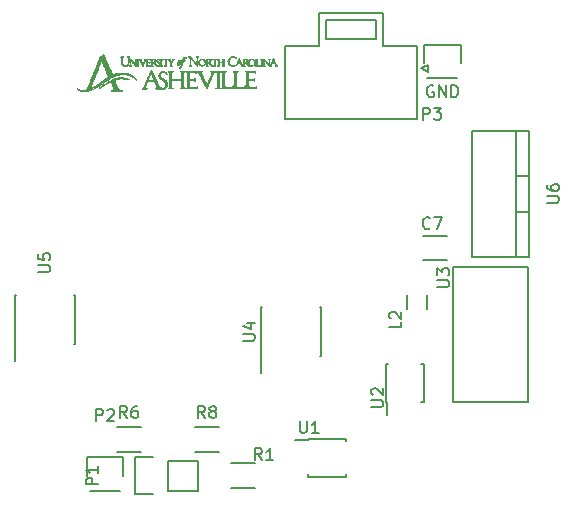
<source format=gto>
G04 #@! TF.GenerationSoftware,KiCad,Pcbnew,(2016-12-18 revision 3ffa37c)-makepkg*
G04 #@! TF.CreationDate,2016-12-23T23:11:33-05:00*
G04 #@! TF.ProjectId,Energy_Meter,456E657267795F4D657465722E6B6963,rev?*
G04 #@! TF.FileFunction,Legend,Top*
G04 #@! TF.FilePolarity,Positive*
%FSLAX46Y46*%
G04 Gerber Fmt 4.6, Leading zero omitted, Abs format (unit mm)*
G04 Created by KiCad (PCBNEW (2016-12-18 revision 3ffa37c)-makepkg) date 12/23/16 23:11:33*
%MOMM*%
%LPD*%
G01*
G04 APERTURE LIST*
%ADD10C,0.100000*%
%ADD11C,0.150000*%
%ADD12C,0.010000*%
G04 APERTURE END LIST*
D10*
D11*
X194717000Y-86969000D02*
X194717000Y-88519000D01*
X191617000Y-88519000D02*
X191617000Y-86969000D01*
X191617000Y-86969000D02*
X194717000Y-86969000D01*
X191897000Y-89789000D02*
X194437000Y-89789000D01*
D12*
G36*
X170944604Y-88254698D02*
X170976728Y-88278011D01*
X170990344Y-88323132D01*
X170989341Y-88391145D01*
X170968241Y-88484404D01*
X170924395Y-88565716D01*
X170862988Y-88626710D01*
X170832169Y-88644753D01*
X170778017Y-88666248D01*
X170738466Y-88668285D01*
X170700415Y-88650892D01*
X170691768Y-88645039D01*
X170666413Y-88618299D01*
X170655552Y-88577744D01*
X170654699Y-88556702D01*
X170740556Y-88556702D01*
X170743122Y-88597702D01*
X170749493Y-88608715D01*
X170773573Y-88612342D01*
X170805491Y-88589685D01*
X170840042Y-88545713D01*
X170867038Y-88496486D01*
X170893240Y-88428429D01*
X170905759Y-88370401D01*
X170905439Y-88326891D01*
X170893125Y-88302388D01*
X170869660Y-88301382D01*
X170835891Y-88328361D01*
X170835489Y-88328804D01*
X170801636Y-88376941D01*
X170772643Y-88437110D01*
X170751339Y-88500101D01*
X170740556Y-88556702D01*
X170654699Y-88556702D01*
X170654134Y-88542765D01*
X170666842Y-88455845D01*
X170701511Y-88376457D01*
X170752956Y-88311067D01*
X170815989Y-88266142D01*
X170885426Y-88248150D01*
X170890426Y-88248066D01*
X170944604Y-88254698D01*
X170944604Y-88254698D01*
G37*
X170944604Y-88254698D02*
X170976728Y-88278011D01*
X170990344Y-88323132D01*
X170989341Y-88391145D01*
X170968241Y-88484404D01*
X170924395Y-88565716D01*
X170862988Y-88626710D01*
X170832169Y-88644753D01*
X170778017Y-88666248D01*
X170738466Y-88668285D01*
X170700415Y-88650892D01*
X170691768Y-88645039D01*
X170666413Y-88618299D01*
X170655552Y-88577744D01*
X170654699Y-88556702D01*
X170740556Y-88556702D01*
X170743122Y-88597702D01*
X170749493Y-88608715D01*
X170773573Y-88612342D01*
X170805491Y-88589685D01*
X170840042Y-88545713D01*
X170867038Y-88496486D01*
X170893240Y-88428429D01*
X170905759Y-88370401D01*
X170905439Y-88326891D01*
X170893125Y-88302388D01*
X170869660Y-88301382D01*
X170835891Y-88328361D01*
X170835489Y-88328804D01*
X170801636Y-88376941D01*
X170772643Y-88437110D01*
X170751339Y-88500101D01*
X170740556Y-88556702D01*
X170654699Y-88556702D01*
X170654134Y-88542765D01*
X170666842Y-88455845D01*
X170701511Y-88376457D01*
X170752956Y-88311067D01*
X170815989Y-88266142D01*
X170885426Y-88248150D01*
X170890426Y-88248066D01*
X170944604Y-88254698D01*
G36*
X177456381Y-88130191D02*
X177482503Y-88133828D01*
X177486104Y-88142942D01*
X177472853Y-88160026D01*
X177472425Y-88160500D01*
X177460703Y-88178975D01*
X177452667Y-88207831D01*
X177447690Y-88252870D01*
X177445144Y-88319895D01*
X177444401Y-88414711D01*
X177444400Y-88419580D01*
X177445882Y-88530052D01*
X177450390Y-88607899D01*
X177458014Y-88654232D01*
X177464720Y-88668013D01*
X177491998Y-88679247D01*
X177540683Y-88686626D01*
X177580629Y-88688333D01*
X177643199Y-88685092D01*
X177682872Y-88673485D01*
X177706961Y-88654362D01*
X177733788Y-88629292D01*
X177743764Y-88632745D01*
X177737355Y-88665335D01*
X177730687Y-88685587D01*
X177712020Y-88739133D01*
X177507853Y-88739133D01*
X177422344Y-88738891D01*
X177365894Y-88737604D01*
X177333694Y-88734425D01*
X177320937Y-88728509D01*
X177322813Y-88719011D01*
X177331709Y-88708166D01*
X177343083Y-88690372D01*
X177350995Y-88662635D01*
X177356018Y-88619351D01*
X177358728Y-88554913D01*
X177359696Y-88463715D01*
X177359733Y-88434333D01*
X177359130Y-88335099D01*
X177356939Y-88264111D01*
X177352585Y-88215763D01*
X177345495Y-88184450D01*
X177335095Y-88164565D01*
X177331709Y-88160500D01*
X177318158Y-88143216D01*
X177321336Y-88133958D01*
X177346914Y-88130229D01*
X177400563Y-88129533D01*
X177402067Y-88129533D01*
X177456381Y-88130191D01*
X177456381Y-88130191D01*
G37*
X177456381Y-88130191D02*
X177482503Y-88133828D01*
X177486104Y-88142942D01*
X177472853Y-88160026D01*
X177472425Y-88160500D01*
X177460703Y-88178975D01*
X177452667Y-88207831D01*
X177447690Y-88252870D01*
X177445144Y-88319895D01*
X177444401Y-88414711D01*
X177444400Y-88419580D01*
X177445882Y-88530052D01*
X177450390Y-88607899D01*
X177458014Y-88654232D01*
X177464720Y-88668013D01*
X177491998Y-88679247D01*
X177540683Y-88686626D01*
X177580629Y-88688333D01*
X177643199Y-88685092D01*
X177682872Y-88673485D01*
X177706961Y-88654362D01*
X177733788Y-88629292D01*
X177743764Y-88632745D01*
X177737355Y-88665335D01*
X177730687Y-88685587D01*
X177712020Y-88739133D01*
X177507853Y-88739133D01*
X177422344Y-88738891D01*
X177365894Y-88737604D01*
X177333694Y-88734425D01*
X177320937Y-88728509D01*
X177322813Y-88719011D01*
X177331709Y-88708166D01*
X177343083Y-88690372D01*
X177350995Y-88662635D01*
X177356018Y-88619351D01*
X177358728Y-88554913D01*
X177359696Y-88463715D01*
X177359733Y-88434333D01*
X177359130Y-88335099D01*
X177356939Y-88264111D01*
X177352585Y-88215763D01*
X177345495Y-88184450D01*
X177335095Y-88164565D01*
X177331709Y-88160500D01*
X177318158Y-88143216D01*
X177321336Y-88133958D01*
X177346914Y-88130229D01*
X177400563Y-88129533D01*
X177402067Y-88129533D01*
X177456381Y-88130191D01*
G36*
X174033330Y-88129651D02*
X174120301Y-88130258D01*
X174181270Y-88131731D01*
X174220169Y-88134450D01*
X174240931Y-88138793D01*
X174247488Y-88145139D01*
X174243772Y-88153865D01*
X174238158Y-88160500D01*
X174220687Y-88193505D01*
X174211872Y-88247942D01*
X174210134Y-88304433D01*
X174210134Y-88417400D01*
X174531867Y-88417400D01*
X174531867Y-88293786D01*
X174529046Y-88223664D01*
X174521325Y-88172595D01*
X174511547Y-88149853D01*
X174506679Y-88137804D01*
X174525925Y-88131496D01*
X174573910Y-88129543D01*
X174579280Y-88129533D01*
X174628676Y-88132468D01*
X174660625Y-88140001D01*
X174667334Y-88146466D01*
X174654448Y-88162907D01*
X174650400Y-88163399D01*
X174643369Y-88179173D01*
X174638142Y-88221956D01*
X174634678Y-88284942D01*
X174632936Y-88361322D01*
X174632873Y-88444292D01*
X174634449Y-88527042D01*
X174637622Y-88602767D01*
X174642350Y-88664660D01*
X174648592Y-88705913D01*
X174653787Y-88718813D01*
X174658494Y-88730709D01*
X174639300Y-88737034D01*
X174591591Y-88739107D01*
X174582667Y-88739133D01*
X174530733Y-88737535D01*
X174507940Y-88731864D01*
X174509675Y-88720802D01*
X174511547Y-88718813D01*
X174522610Y-88690590D01*
X174529736Y-88636497D01*
X174531867Y-88574879D01*
X174531867Y-88451266D01*
X174210134Y-88451266D01*
X174210134Y-88564233D01*
X174213532Y-88638412D01*
X174224621Y-88686199D01*
X174238158Y-88708166D01*
X174251709Y-88725450D01*
X174248531Y-88734708D01*
X174222953Y-88738437D01*
X174169304Y-88739133D01*
X174167800Y-88739133D01*
X174113486Y-88738475D01*
X174087364Y-88734837D01*
X174083763Y-88725724D01*
X174097014Y-88708639D01*
X174097442Y-88708166D01*
X174108649Y-88690692D01*
X174116499Y-88663477D01*
X174121541Y-88621011D01*
X174124323Y-88557784D01*
X174125394Y-88468286D01*
X174125467Y-88426693D01*
X174125121Y-88329787D01*
X174123759Y-88262330D01*
X174120892Y-88219909D01*
X174116031Y-88198110D01*
X174108688Y-88192519D01*
X174100067Y-88197266D01*
X174079026Y-88208601D01*
X174074667Y-88199340D01*
X174058541Y-88187840D01*
X174012833Y-88181427D01*
X173973067Y-88180333D01*
X173871467Y-88180333D01*
X173871467Y-88428766D01*
X173872045Y-88529146D01*
X173874150Y-88601209D01*
X173878337Y-88650491D01*
X173885161Y-88682525D01*
X173895178Y-88702849D01*
X173899491Y-88708166D01*
X173912965Y-88725335D01*
X173909881Y-88734537D01*
X173884574Y-88738165D01*
X173831383Y-88738614D01*
X173827525Y-88738594D01*
X173773367Y-88737380D01*
X173748052Y-88733403D01*
X173746572Y-88725023D01*
X173757167Y-88715561D01*
X173768701Y-88703115D01*
X173776835Y-88682577D01*
X173782139Y-88648571D01*
X173785185Y-88595722D01*
X173786544Y-88518653D01*
X173786800Y-88436699D01*
X173786800Y-88180333D01*
X173697054Y-88180333D01*
X173642381Y-88183964D01*
X173600582Y-88193253D01*
X173586987Y-88200653D01*
X173572280Y-88208445D01*
X173566935Y-88188134D01*
X173566667Y-88175253D01*
X173566667Y-88129533D01*
X173916425Y-88129533D01*
X174033330Y-88129651D01*
X174033330Y-88129651D01*
G37*
X174033330Y-88129651D02*
X174120301Y-88130258D01*
X174181270Y-88131731D01*
X174220169Y-88134450D01*
X174240931Y-88138793D01*
X174247488Y-88145139D01*
X174243772Y-88153865D01*
X174238158Y-88160500D01*
X174220687Y-88193505D01*
X174211872Y-88247942D01*
X174210134Y-88304433D01*
X174210134Y-88417400D01*
X174531867Y-88417400D01*
X174531867Y-88293786D01*
X174529046Y-88223664D01*
X174521325Y-88172595D01*
X174511547Y-88149853D01*
X174506679Y-88137804D01*
X174525925Y-88131496D01*
X174573910Y-88129543D01*
X174579280Y-88129533D01*
X174628676Y-88132468D01*
X174660625Y-88140001D01*
X174667334Y-88146466D01*
X174654448Y-88162907D01*
X174650400Y-88163399D01*
X174643369Y-88179173D01*
X174638142Y-88221956D01*
X174634678Y-88284942D01*
X174632936Y-88361322D01*
X174632873Y-88444292D01*
X174634449Y-88527042D01*
X174637622Y-88602767D01*
X174642350Y-88664660D01*
X174648592Y-88705913D01*
X174653787Y-88718813D01*
X174658494Y-88730709D01*
X174639300Y-88737034D01*
X174591591Y-88739107D01*
X174582667Y-88739133D01*
X174530733Y-88737535D01*
X174507940Y-88731864D01*
X174509675Y-88720802D01*
X174511547Y-88718813D01*
X174522610Y-88690590D01*
X174529736Y-88636497D01*
X174531867Y-88574879D01*
X174531867Y-88451266D01*
X174210134Y-88451266D01*
X174210134Y-88564233D01*
X174213532Y-88638412D01*
X174224621Y-88686199D01*
X174238158Y-88708166D01*
X174251709Y-88725450D01*
X174248531Y-88734708D01*
X174222953Y-88738437D01*
X174169304Y-88739133D01*
X174167800Y-88739133D01*
X174113486Y-88738475D01*
X174087364Y-88734837D01*
X174083763Y-88725724D01*
X174097014Y-88708639D01*
X174097442Y-88708166D01*
X174108649Y-88690692D01*
X174116499Y-88663477D01*
X174121541Y-88621011D01*
X174124323Y-88557784D01*
X174125394Y-88468286D01*
X174125467Y-88426693D01*
X174125121Y-88329787D01*
X174123759Y-88262330D01*
X174120892Y-88219909D01*
X174116031Y-88198110D01*
X174108688Y-88192519D01*
X174100067Y-88197266D01*
X174079026Y-88208601D01*
X174074667Y-88199340D01*
X174058541Y-88187840D01*
X174012833Y-88181427D01*
X173973067Y-88180333D01*
X173871467Y-88180333D01*
X173871467Y-88428766D01*
X173872045Y-88529146D01*
X173874150Y-88601209D01*
X173878337Y-88650491D01*
X173885161Y-88682525D01*
X173895178Y-88702849D01*
X173899491Y-88708166D01*
X173912965Y-88725335D01*
X173909881Y-88734537D01*
X173884574Y-88738165D01*
X173831383Y-88738614D01*
X173827525Y-88738594D01*
X173773367Y-88737380D01*
X173748052Y-88733403D01*
X173746572Y-88725023D01*
X173757167Y-88715561D01*
X173768701Y-88703115D01*
X173776835Y-88682577D01*
X173782139Y-88648571D01*
X173785185Y-88595722D01*
X173786544Y-88518653D01*
X173786800Y-88436699D01*
X173786800Y-88180333D01*
X173697054Y-88180333D01*
X173642381Y-88183964D01*
X173600582Y-88193253D01*
X173586987Y-88200653D01*
X173572280Y-88208445D01*
X173566935Y-88188134D01*
X173566667Y-88175253D01*
X173566667Y-88129533D01*
X173916425Y-88129533D01*
X174033330Y-88129651D01*
G36*
X173370491Y-88135988D02*
X173448048Y-88155380D01*
X173494548Y-88187750D01*
X173505348Y-88206491D01*
X173517815Y-88274109D01*
X173509217Y-88343685D01*
X173481808Y-88400981D01*
X173472974Y-88411032D01*
X173430081Y-88453925D01*
X173465268Y-88510858D01*
X173495861Y-88551304D01*
X173542215Y-88602570D01*
X173594192Y-88653462D01*
X173640795Y-88696824D01*
X173664666Y-88722420D01*
X173668470Y-88734890D01*
X173654871Y-88738873D01*
X173643391Y-88739133D01*
X173572535Y-88722755D01*
X173497474Y-88674680D01*
X173420252Y-88596495D01*
X173365001Y-88523233D01*
X173332858Y-88487688D01*
X173300784Y-88469024D01*
X173294580Y-88468200D01*
X173277307Y-88471724D01*
X173267434Y-88487108D01*
X173262956Y-88521568D01*
X173261868Y-88582319D01*
X173261867Y-88585891D01*
X173263635Y-88652029D01*
X173270090Y-88692284D01*
X173282955Y-88714511D01*
X173291500Y-88720843D01*
X173300583Y-88730601D01*
X173283781Y-88736176D01*
X173237576Y-88738458D01*
X173221142Y-88738618D01*
X173166248Y-88738261D01*
X173139551Y-88734864D01*
X173135389Y-88726029D01*
X173148097Y-88709361D01*
X173149176Y-88708166D01*
X173161821Y-88676836D01*
X173171151Y-88619702D01*
X173177143Y-88544669D01*
X173179772Y-88459640D01*
X173179014Y-88372519D01*
X173174844Y-88291209D01*
X173167238Y-88223614D01*
X173156821Y-88180333D01*
X173261867Y-88180333D01*
X173261867Y-88417400D01*
X173312667Y-88417400D01*
X173362387Y-88405917D01*
X173397334Y-88383533D01*
X173427245Y-88334008D01*
X173430903Y-88279854D01*
X173411752Y-88230144D01*
X173373236Y-88193949D01*
X173320173Y-88180333D01*
X173261867Y-88180333D01*
X173156821Y-88180333D01*
X173156172Y-88177638D01*
X173150840Y-88167167D01*
X173124480Y-88129533D01*
X173261748Y-88129533D01*
X173370491Y-88135988D01*
X173370491Y-88135988D01*
G37*
X173370491Y-88135988D02*
X173448048Y-88155380D01*
X173494548Y-88187750D01*
X173505348Y-88206491D01*
X173517815Y-88274109D01*
X173509217Y-88343685D01*
X173481808Y-88400981D01*
X173472974Y-88411032D01*
X173430081Y-88453925D01*
X173465268Y-88510858D01*
X173495861Y-88551304D01*
X173542215Y-88602570D01*
X173594192Y-88653462D01*
X173640795Y-88696824D01*
X173664666Y-88722420D01*
X173668470Y-88734890D01*
X173654871Y-88738873D01*
X173643391Y-88739133D01*
X173572535Y-88722755D01*
X173497474Y-88674680D01*
X173420252Y-88596495D01*
X173365001Y-88523233D01*
X173332858Y-88487688D01*
X173300784Y-88469024D01*
X173294580Y-88468200D01*
X173277307Y-88471724D01*
X173267434Y-88487108D01*
X173262956Y-88521568D01*
X173261868Y-88582319D01*
X173261867Y-88585891D01*
X173263635Y-88652029D01*
X173270090Y-88692284D01*
X173282955Y-88714511D01*
X173291500Y-88720843D01*
X173300583Y-88730601D01*
X173283781Y-88736176D01*
X173237576Y-88738458D01*
X173221142Y-88738618D01*
X173166248Y-88738261D01*
X173139551Y-88734864D01*
X173135389Y-88726029D01*
X173148097Y-88709361D01*
X173149176Y-88708166D01*
X173161821Y-88676836D01*
X173171151Y-88619702D01*
X173177143Y-88544669D01*
X173179772Y-88459640D01*
X173179014Y-88372519D01*
X173174844Y-88291209D01*
X173167238Y-88223614D01*
X173156821Y-88180333D01*
X173261867Y-88180333D01*
X173261867Y-88417400D01*
X173312667Y-88417400D01*
X173362387Y-88405917D01*
X173397334Y-88383533D01*
X173427245Y-88334008D01*
X173430903Y-88279854D01*
X173411752Y-88230144D01*
X173373236Y-88193949D01*
X173320173Y-88180333D01*
X173261867Y-88180333D01*
X173156821Y-88180333D01*
X173156172Y-88177638D01*
X173150840Y-88167167D01*
X173124480Y-88129533D01*
X173261748Y-88129533D01*
X173370491Y-88135988D01*
G36*
X169786955Y-88129751D02*
X169889000Y-88130543D01*
X169964118Y-88132113D01*
X170015782Y-88134666D01*
X170047459Y-88138404D01*
X170062619Y-88143534D01*
X170064733Y-88150260D01*
X170062593Y-88153576D01*
X170055295Y-88173004D01*
X170064084Y-88201288D01*
X170091689Y-88245600D01*
X170104442Y-88263642D01*
X170137292Y-88308325D01*
X170161589Y-88339428D01*
X170171357Y-88349666D01*
X170187484Y-88335669D01*
X170210857Y-88300545D01*
X170236106Y-88254601D01*
X170257862Y-88208139D01*
X170270757Y-88171465D01*
X170271650Y-88157173D01*
X170270288Y-88141104D01*
X170286594Y-88132845D01*
X170327289Y-88130121D01*
X170351755Y-88130071D01*
X170402579Y-88131217D01*
X170424608Y-88135285D01*
X170422904Y-88144414D01*
X170410432Y-88154861D01*
X170380843Y-88175786D01*
X170366924Y-88183955D01*
X170352532Y-88199413D01*
X170325080Y-88235780D01*
X170290110Y-88285661D01*
X170284659Y-88293704D01*
X170250802Y-88345213D01*
X170229940Y-88384583D01*
X170218927Y-88423139D01*
X170214618Y-88472201D01*
X170213867Y-88543094D01*
X170213867Y-88548550D01*
X170216294Y-88631523D01*
X170223220Y-88689738D01*
X170234115Y-88718740D01*
X170234187Y-88718813D01*
X170238894Y-88730709D01*
X170219700Y-88737034D01*
X170171991Y-88739107D01*
X170163067Y-88739133D01*
X170111133Y-88737535D01*
X170088340Y-88731864D01*
X170090075Y-88720802D01*
X170091947Y-88718813D01*
X170102960Y-88690279D01*
X170110003Y-88634320D01*
X170112267Y-88563687D01*
X170112267Y-88428881D01*
X170018731Y-88304607D01*
X169925194Y-88180333D01*
X169722800Y-88180333D01*
X169722800Y-88422098D01*
X169723584Y-88524242D01*
X169726278Y-88598027D01*
X169731401Y-88648929D01*
X169739470Y-88682428D01*
X169749160Y-88701498D01*
X169762566Y-88722577D01*
X169760934Y-88733758D01*
X169738327Y-88738104D01*
X169688809Y-88738676D01*
X169677194Y-88738618D01*
X169623809Y-88737004D01*
X169600678Y-88732280D01*
X169604256Y-88723530D01*
X169608500Y-88720843D01*
X169619892Y-88710813D01*
X169627964Y-88692665D01*
X169633270Y-88661186D01*
X169636364Y-88611162D01*
X169637800Y-88537380D01*
X169638133Y-88441958D01*
X169638133Y-88180333D01*
X169548387Y-88180333D01*
X169493715Y-88183964D01*
X169451915Y-88193253D01*
X169438320Y-88200653D01*
X169423030Y-88209140D01*
X169418093Y-88188583D01*
X169418000Y-88181646D01*
X169414679Y-88154955D01*
X169400486Y-88157268D01*
X169392600Y-88163399D01*
X169381231Y-88189678D01*
X169372805Y-88242186D01*
X169367306Y-88313414D01*
X169364718Y-88395855D01*
X169365023Y-88481999D01*
X169368206Y-88564339D01*
X169374249Y-88635366D01*
X169383137Y-88687573D01*
X169393810Y-88712523D01*
X169405614Y-88727431D01*
X169399188Y-88735429D01*
X169368965Y-88738623D01*
X169323452Y-88739133D01*
X169269652Y-88738461D01*
X169244038Y-88734748D01*
X169240935Y-88725442D01*
X169254509Y-88708166D01*
X169265883Y-88690372D01*
X169273795Y-88662635D01*
X169278818Y-88619351D01*
X169281528Y-88554913D01*
X169282496Y-88463715D01*
X169282533Y-88434333D01*
X169281930Y-88335099D01*
X169279739Y-88264111D01*
X169275385Y-88215763D01*
X169268295Y-88184450D01*
X169257895Y-88164565D01*
X169254509Y-88160500D01*
X169247179Y-88151013D01*
X169246898Y-88143691D01*
X169257280Y-88138254D01*
X169281940Y-88134421D01*
X169324492Y-88131914D01*
X169388551Y-88130452D01*
X169477731Y-88129755D01*
X169595647Y-88129544D01*
X169654516Y-88129533D01*
X169786955Y-88129751D01*
X169786955Y-88129751D01*
G37*
X169786955Y-88129751D02*
X169889000Y-88130543D01*
X169964118Y-88132113D01*
X170015782Y-88134666D01*
X170047459Y-88138404D01*
X170062619Y-88143534D01*
X170064733Y-88150260D01*
X170062593Y-88153576D01*
X170055295Y-88173004D01*
X170064084Y-88201288D01*
X170091689Y-88245600D01*
X170104442Y-88263642D01*
X170137292Y-88308325D01*
X170161589Y-88339428D01*
X170171357Y-88349666D01*
X170187484Y-88335669D01*
X170210857Y-88300545D01*
X170236106Y-88254601D01*
X170257862Y-88208139D01*
X170270757Y-88171465D01*
X170271650Y-88157173D01*
X170270288Y-88141104D01*
X170286594Y-88132845D01*
X170327289Y-88130121D01*
X170351755Y-88130071D01*
X170402579Y-88131217D01*
X170424608Y-88135285D01*
X170422904Y-88144414D01*
X170410432Y-88154861D01*
X170380843Y-88175786D01*
X170366924Y-88183955D01*
X170352532Y-88199413D01*
X170325080Y-88235780D01*
X170290110Y-88285661D01*
X170284659Y-88293704D01*
X170250802Y-88345213D01*
X170229940Y-88384583D01*
X170218927Y-88423139D01*
X170214618Y-88472201D01*
X170213867Y-88543094D01*
X170213867Y-88548550D01*
X170216294Y-88631523D01*
X170223220Y-88689738D01*
X170234115Y-88718740D01*
X170234187Y-88718813D01*
X170238894Y-88730709D01*
X170219700Y-88737034D01*
X170171991Y-88739107D01*
X170163067Y-88739133D01*
X170111133Y-88737535D01*
X170088340Y-88731864D01*
X170090075Y-88720802D01*
X170091947Y-88718813D01*
X170102960Y-88690279D01*
X170110003Y-88634320D01*
X170112267Y-88563687D01*
X170112267Y-88428881D01*
X170018731Y-88304607D01*
X169925194Y-88180333D01*
X169722800Y-88180333D01*
X169722800Y-88422098D01*
X169723584Y-88524242D01*
X169726278Y-88598027D01*
X169731401Y-88648929D01*
X169739470Y-88682428D01*
X169749160Y-88701498D01*
X169762566Y-88722577D01*
X169760934Y-88733758D01*
X169738327Y-88738104D01*
X169688809Y-88738676D01*
X169677194Y-88738618D01*
X169623809Y-88737004D01*
X169600678Y-88732280D01*
X169604256Y-88723530D01*
X169608500Y-88720843D01*
X169619892Y-88710813D01*
X169627964Y-88692665D01*
X169633270Y-88661186D01*
X169636364Y-88611162D01*
X169637800Y-88537380D01*
X169638133Y-88441958D01*
X169638133Y-88180333D01*
X169548387Y-88180333D01*
X169493715Y-88183964D01*
X169451915Y-88193253D01*
X169438320Y-88200653D01*
X169423030Y-88209140D01*
X169418093Y-88188583D01*
X169418000Y-88181646D01*
X169414679Y-88154955D01*
X169400486Y-88157268D01*
X169392600Y-88163399D01*
X169381231Y-88189678D01*
X169372805Y-88242186D01*
X169367306Y-88313414D01*
X169364718Y-88395855D01*
X169365023Y-88481999D01*
X169368206Y-88564339D01*
X169374249Y-88635366D01*
X169383137Y-88687573D01*
X169393810Y-88712523D01*
X169405614Y-88727431D01*
X169399188Y-88735429D01*
X169368965Y-88738623D01*
X169323452Y-88739133D01*
X169269652Y-88738461D01*
X169244038Y-88734748D01*
X169240935Y-88725442D01*
X169254509Y-88708166D01*
X169265883Y-88690372D01*
X169273795Y-88662635D01*
X169278818Y-88619351D01*
X169281528Y-88554913D01*
X169282496Y-88463715D01*
X169282533Y-88434333D01*
X169281930Y-88335099D01*
X169279739Y-88264111D01*
X169275385Y-88215763D01*
X169268295Y-88184450D01*
X169257895Y-88164565D01*
X169254509Y-88160500D01*
X169247179Y-88151013D01*
X169246898Y-88143691D01*
X169257280Y-88138254D01*
X169281940Y-88134421D01*
X169324492Y-88131914D01*
X169388551Y-88130452D01*
X169477731Y-88129755D01*
X169595647Y-88129544D01*
X169654516Y-88129533D01*
X169786955Y-88129751D01*
G36*
X178843775Y-88110831D02*
X178864096Y-88151839D01*
X178893057Y-88214388D01*
X178928416Y-88293639D01*
X178967934Y-88384750D01*
X178968167Y-88385294D01*
X179009534Y-88479402D01*
X179048900Y-88564314D01*
X179083497Y-88634407D01*
X179110557Y-88684062D01*
X179126591Y-88707027D01*
X179143679Y-88724294D01*
X179144484Y-88733781D01*
X179123766Y-88737653D01*
X179076285Y-88738070D01*
X179052026Y-88737796D01*
X179000170Y-88735963D01*
X178968588Y-88732434D01*
X178964039Y-88727970D01*
X178964167Y-88727918D01*
X178981915Y-88708384D01*
X178981578Y-88669041D01*
X178962823Y-88606477D01*
X178948912Y-88571342D01*
X178912490Y-88483702D01*
X178802529Y-88488651D01*
X178692569Y-88493600D01*
X178657285Y-88592600D01*
X178638551Y-88647310D01*
X178631325Y-88679390D01*
X178635238Y-88697925D01*
X178649924Y-88712001D01*
X178652371Y-88713807D01*
X178664966Y-88726128D01*
X178657631Y-88733783D01*
X178625390Y-88738653D01*
X178578374Y-88741806D01*
X178474007Y-88747599D01*
X178062467Y-88281113D01*
X178057580Y-88480490D01*
X178055895Y-88566062D01*
X178056415Y-88624387D01*
X178060046Y-88662061D01*
X178067697Y-88685679D01*
X178080275Y-88701836D01*
X178089090Y-88709499D01*
X178107969Y-88726269D01*
X178108236Y-88735104D01*
X178084863Y-88738545D01*
X178032822Y-88739133D01*
X178030476Y-88739133D01*
X177977051Y-88738642D01*
X177952181Y-88735210D01*
X177950553Y-88725892D01*
X177966854Y-88707747D01*
X177969333Y-88705266D01*
X177983171Y-88688388D01*
X177992658Y-88666193D01*
X177998597Y-88632503D01*
X178001792Y-88581138D01*
X178003046Y-88505918D01*
X178003200Y-88444675D01*
X178002592Y-88349748D01*
X178000288Y-88282475D01*
X177995569Y-88236659D01*
X177987718Y-88206100D01*
X177976014Y-88184603D01*
X177972516Y-88180058D01*
X177939405Y-88152975D01*
X177904782Y-88153923D01*
X177890888Y-88159629D01*
X177880987Y-88169931D01*
X177874406Y-88189955D01*
X177870466Y-88224823D01*
X177868492Y-88279661D01*
X177867808Y-88359592D01*
X177867733Y-88434633D01*
X177868100Y-88536980D01*
X177869556Y-88610603D01*
X177872631Y-88660636D01*
X177877858Y-88692216D01*
X177885769Y-88710481D01*
X177896895Y-88720565D01*
X177897367Y-88720843D01*
X177906605Y-88730652D01*
X177889950Y-88736223D01*
X177843860Y-88738473D01*
X177828673Y-88738618D01*
X177773948Y-88738385D01*
X177747153Y-88734903D01*
X177742349Y-88725110D01*
X177753599Y-88705945D01*
X177756707Y-88701498D01*
X177768028Y-88677771D01*
X177775762Y-88640820D01*
X177780465Y-88585033D01*
X177782688Y-88504799D01*
X177783067Y-88434333D01*
X177782198Y-88334516D01*
X177779223Y-88262917D01*
X177773587Y-88213926D01*
X177764737Y-88181930D01*
X177756707Y-88167167D01*
X177730346Y-88129533D01*
X178049481Y-88129533D01*
X178242240Y-88347545D01*
X178435000Y-88565557D01*
X178439901Y-88377178D01*
X178441593Y-88294285D01*
X178440876Y-88238387D01*
X178436761Y-88202640D01*
X178428259Y-88180203D01*
X178414382Y-88164233D01*
X178408392Y-88159166D01*
X178388887Y-88141882D01*
X178388957Y-88133100D01*
X178413564Y-88129943D01*
X178459484Y-88129533D01*
X178510170Y-88130187D01*
X178532984Y-88134608D01*
X178533923Y-88146488D01*
X178520627Y-88167167D01*
X178509991Y-88189097D01*
X178502509Y-88223096D01*
X178497710Y-88274464D01*
X178495122Y-88348502D01*
X178494274Y-88450509D01*
X178494267Y-88463501D01*
X178495002Y-88571336D01*
X178498008Y-88650275D01*
X178504487Y-88699933D01*
X178515642Y-88719924D01*
X178532675Y-88709861D01*
X178556787Y-88669360D01*
X178589180Y-88598034D01*
X178631057Y-88495498D01*
X178655111Y-88434333D01*
X178717509Y-88434333D01*
X178802433Y-88434333D01*
X178855098Y-88431655D01*
X178878134Y-88422908D01*
X178878937Y-88413166D01*
X178847743Y-88335986D01*
X178826126Y-88285900D01*
X178811897Y-88258244D01*
X178802865Y-88248356D01*
X178801462Y-88248100D01*
X178790005Y-88262551D01*
X178771369Y-88299999D01*
X178754055Y-88341233D01*
X178717509Y-88434333D01*
X178655111Y-88434333D01*
X178665217Y-88408638D01*
X178710499Y-88295555D01*
X178747150Y-88211367D01*
X178776970Y-88152751D01*
X178801758Y-88116381D01*
X178823314Y-88098934D01*
X178834335Y-88096205D01*
X178843775Y-88110831D01*
X178843775Y-88110831D01*
G37*
X178843775Y-88110831D02*
X178864096Y-88151839D01*
X178893057Y-88214388D01*
X178928416Y-88293639D01*
X178967934Y-88384750D01*
X178968167Y-88385294D01*
X179009534Y-88479402D01*
X179048900Y-88564314D01*
X179083497Y-88634407D01*
X179110557Y-88684062D01*
X179126591Y-88707027D01*
X179143679Y-88724294D01*
X179144484Y-88733781D01*
X179123766Y-88737653D01*
X179076285Y-88738070D01*
X179052026Y-88737796D01*
X179000170Y-88735963D01*
X178968588Y-88732434D01*
X178964039Y-88727970D01*
X178964167Y-88727918D01*
X178981915Y-88708384D01*
X178981578Y-88669041D01*
X178962823Y-88606477D01*
X178948912Y-88571342D01*
X178912490Y-88483702D01*
X178802529Y-88488651D01*
X178692569Y-88493600D01*
X178657285Y-88592600D01*
X178638551Y-88647310D01*
X178631325Y-88679390D01*
X178635238Y-88697925D01*
X178649924Y-88712001D01*
X178652371Y-88713807D01*
X178664966Y-88726128D01*
X178657631Y-88733783D01*
X178625390Y-88738653D01*
X178578374Y-88741806D01*
X178474007Y-88747599D01*
X178062467Y-88281113D01*
X178057580Y-88480490D01*
X178055895Y-88566062D01*
X178056415Y-88624387D01*
X178060046Y-88662061D01*
X178067697Y-88685679D01*
X178080275Y-88701836D01*
X178089090Y-88709499D01*
X178107969Y-88726269D01*
X178108236Y-88735104D01*
X178084863Y-88738545D01*
X178032822Y-88739133D01*
X178030476Y-88739133D01*
X177977051Y-88738642D01*
X177952181Y-88735210D01*
X177950553Y-88725892D01*
X177966854Y-88707747D01*
X177969333Y-88705266D01*
X177983171Y-88688388D01*
X177992658Y-88666193D01*
X177998597Y-88632503D01*
X178001792Y-88581138D01*
X178003046Y-88505918D01*
X178003200Y-88444675D01*
X178002592Y-88349748D01*
X178000288Y-88282475D01*
X177995569Y-88236659D01*
X177987718Y-88206100D01*
X177976014Y-88184603D01*
X177972516Y-88180058D01*
X177939405Y-88152975D01*
X177904782Y-88153923D01*
X177890888Y-88159629D01*
X177880987Y-88169931D01*
X177874406Y-88189955D01*
X177870466Y-88224823D01*
X177868492Y-88279661D01*
X177867808Y-88359592D01*
X177867733Y-88434633D01*
X177868100Y-88536980D01*
X177869556Y-88610603D01*
X177872631Y-88660636D01*
X177877858Y-88692216D01*
X177885769Y-88710481D01*
X177896895Y-88720565D01*
X177897367Y-88720843D01*
X177906605Y-88730652D01*
X177889950Y-88736223D01*
X177843860Y-88738473D01*
X177828673Y-88738618D01*
X177773948Y-88738385D01*
X177747153Y-88734903D01*
X177742349Y-88725110D01*
X177753599Y-88705945D01*
X177756707Y-88701498D01*
X177768028Y-88677771D01*
X177775762Y-88640820D01*
X177780465Y-88585033D01*
X177782688Y-88504799D01*
X177783067Y-88434333D01*
X177782198Y-88334516D01*
X177779223Y-88262917D01*
X177773587Y-88213926D01*
X177764737Y-88181930D01*
X177756707Y-88167167D01*
X177730346Y-88129533D01*
X178049481Y-88129533D01*
X178242240Y-88347545D01*
X178435000Y-88565557D01*
X178439901Y-88377178D01*
X178441593Y-88294285D01*
X178440876Y-88238387D01*
X178436761Y-88202640D01*
X178428259Y-88180203D01*
X178414382Y-88164233D01*
X178408392Y-88159166D01*
X178388887Y-88141882D01*
X178388957Y-88133100D01*
X178413564Y-88129943D01*
X178459484Y-88129533D01*
X178510170Y-88130187D01*
X178532984Y-88134608D01*
X178533923Y-88146488D01*
X178520627Y-88167167D01*
X178509991Y-88189097D01*
X178502509Y-88223096D01*
X178497710Y-88274464D01*
X178495122Y-88348502D01*
X178494274Y-88450509D01*
X178494267Y-88463501D01*
X178495002Y-88571336D01*
X178498008Y-88650275D01*
X178504487Y-88699933D01*
X178515642Y-88719924D01*
X178532675Y-88709861D01*
X178556787Y-88669360D01*
X178589180Y-88598034D01*
X178631057Y-88495498D01*
X178655111Y-88434333D01*
X178717509Y-88434333D01*
X178802433Y-88434333D01*
X178855098Y-88431655D01*
X178878134Y-88422908D01*
X178878937Y-88413166D01*
X178847743Y-88335986D01*
X178826126Y-88285900D01*
X178811897Y-88258244D01*
X178802865Y-88248356D01*
X178801462Y-88248100D01*
X178790005Y-88262551D01*
X178771369Y-88299999D01*
X178754055Y-88341233D01*
X178717509Y-88434333D01*
X178655111Y-88434333D01*
X178665217Y-88408638D01*
X178710499Y-88295555D01*
X178747150Y-88211367D01*
X178776970Y-88152751D01*
X178801758Y-88116381D01*
X178823314Y-88098934D01*
X178834335Y-88096205D01*
X178843775Y-88110831D01*
G36*
X177070655Y-88133243D02*
X177161469Y-88157066D01*
X177234932Y-88205903D01*
X177288318Y-88274223D01*
X177318904Y-88356496D01*
X177323965Y-88447190D01*
X177300778Y-88540775D01*
X177286452Y-88571369D01*
X177229279Y-88646359D01*
X177151037Y-88703185D01*
X177060432Y-88738074D01*
X176966170Y-88747252D01*
X176904559Y-88736921D01*
X176811544Y-88695099D01*
X176745190Y-88632425D01*
X176705839Y-88549359D01*
X176693776Y-88453168D01*
X176698538Y-88409883D01*
X176772392Y-88409883D01*
X176783529Y-88493254D01*
X176817761Y-88565721D01*
X176871339Y-88627526D01*
X176939656Y-88668980D01*
X177014465Y-88687893D01*
X177087522Y-88682073D01*
X177146122Y-88652971D01*
X177202977Y-88588577D01*
X177235119Y-88509513D01*
X177241037Y-88424822D01*
X177219219Y-88343545D01*
X177202697Y-88314473D01*
X177139714Y-88243426D01*
X177068286Y-88199158D01*
X176993920Y-88181567D01*
X176922122Y-88190551D01*
X176858398Y-88226006D01*
X176808256Y-88287832D01*
X176792393Y-88322102D01*
X176772392Y-88409883D01*
X176698538Y-88409883D01*
X176704416Y-88356468D01*
X176739198Y-88277282D01*
X176802716Y-88205466D01*
X176808173Y-88200615D01*
X176878220Y-88154953D01*
X176960874Y-88132890D01*
X177063348Y-88132575D01*
X177070655Y-88133243D01*
X177070655Y-88133243D01*
G37*
X177070655Y-88133243D02*
X177161469Y-88157066D01*
X177234932Y-88205903D01*
X177288318Y-88274223D01*
X177318904Y-88356496D01*
X177323965Y-88447190D01*
X177300778Y-88540775D01*
X177286452Y-88571369D01*
X177229279Y-88646359D01*
X177151037Y-88703185D01*
X177060432Y-88738074D01*
X176966170Y-88747252D01*
X176904559Y-88736921D01*
X176811544Y-88695099D01*
X176745190Y-88632425D01*
X176705839Y-88549359D01*
X176693776Y-88453168D01*
X176698538Y-88409883D01*
X176772392Y-88409883D01*
X176783529Y-88493254D01*
X176817761Y-88565721D01*
X176871339Y-88627526D01*
X176939656Y-88668980D01*
X177014465Y-88687893D01*
X177087522Y-88682073D01*
X177146122Y-88652971D01*
X177202977Y-88588577D01*
X177235119Y-88509513D01*
X177241037Y-88424822D01*
X177219219Y-88343545D01*
X177202697Y-88314473D01*
X177139714Y-88243426D01*
X177068286Y-88199158D01*
X176993920Y-88181567D01*
X176922122Y-88190551D01*
X176858398Y-88226006D01*
X176808256Y-88287832D01*
X176792393Y-88322102D01*
X176772392Y-88409883D01*
X176698538Y-88409883D01*
X176704416Y-88356468D01*
X176739198Y-88277282D01*
X176802716Y-88205466D01*
X176808173Y-88200615D01*
X176878220Y-88154953D01*
X176960874Y-88132890D01*
X177063348Y-88132575D01*
X177070655Y-88133243D01*
G36*
X175510833Y-87940383D02*
X175555094Y-87950764D01*
X175613116Y-87967519D01*
X175646136Y-87982168D01*
X175662038Y-88000698D01*
X175668704Y-88029093D01*
X175669780Y-88037823D01*
X175671541Y-88081103D01*
X175661319Y-88093010D01*
X175636637Y-88074676D01*
X175622458Y-88059462D01*
X175556182Y-88008822D01*
X175474916Y-87982745D01*
X175386048Y-87980374D01*
X175296969Y-88000854D01*
X175215068Y-88043329D01*
X175147734Y-88106943D01*
X175141559Y-88115159D01*
X175087851Y-88214732D01*
X175065527Y-88318108D01*
X175074167Y-88420262D01*
X175113352Y-88516170D01*
X175182055Y-88600250D01*
X175274229Y-88665301D01*
X175372959Y-88697238D01*
X175476981Y-88695900D01*
X175585030Y-88661124D01*
X175599973Y-88653800D01*
X175632833Y-88635520D01*
X175659378Y-88615033D01*
X175682830Y-88587101D01*
X175706413Y-88546484D01*
X175733346Y-88487944D01*
X175755333Y-88434333D01*
X175819294Y-88434333D01*
X175905125Y-88434333D01*
X175952522Y-88432094D01*
X175981113Y-88426353D01*
X175985311Y-88421554D01*
X175976235Y-88399532D01*
X175959300Y-88357435D01*
X175947733Y-88328420D01*
X175926953Y-88282713D01*
X175908694Y-88253607D01*
X175901166Y-88248066D01*
X175886649Y-88254920D01*
X175886533Y-88255906D01*
X175880824Y-88274748D01*
X175866142Y-88314844D01*
X175852914Y-88349039D01*
X175819294Y-88434333D01*
X175755333Y-88434333D01*
X175766854Y-88406242D01*
X175793024Y-88339920D01*
X175829806Y-88251232D01*
X175863194Y-88180508D01*
X175890642Y-88132791D01*
X175906908Y-88114380D01*
X175934715Y-88100104D01*
X175945490Y-88098726D01*
X175953323Y-88115288D01*
X175972162Y-88158069D01*
X175999853Y-88222082D01*
X176034237Y-88302343D01*
X176072367Y-88392000D01*
X176122619Y-88508266D01*
X176162883Y-88595638D01*
X176194867Y-88657004D01*
X176220277Y-88695252D01*
X176240820Y-88713271D01*
X176258204Y-88713949D01*
X176261561Y-88712191D01*
X176266469Y-88693058D01*
X176270661Y-88646002D01*
X176273830Y-88576962D01*
X176275666Y-88491880D01*
X176276000Y-88434175D01*
X176275634Y-88331797D01*
X176274180Y-88258147D01*
X176271107Y-88208088D01*
X176266520Y-88180333D01*
X176360667Y-88180333D01*
X176360667Y-88419444D01*
X176422485Y-88414188D01*
X176481842Y-88397171D01*
X176517824Y-88363840D01*
X176541542Y-88308724D01*
X176536158Y-88255308D01*
X176505884Y-88211393D01*
X176454932Y-88184776D01*
X176418724Y-88180333D01*
X176360667Y-88180333D01*
X176266520Y-88180333D01*
X176265884Y-88176487D01*
X176257980Y-88158207D01*
X176246863Y-88148115D01*
X176246367Y-88147823D01*
X176241370Y-88139412D01*
X176262503Y-88133896D01*
X176312515Y-88130894D01*
X176374669Y-88130048D01*
X176449336Y-88130353D01*
X176498683Y-88133200D01*
X176531254Y-88140608D01*
X176555593Y-88154593D01*
X176580242Y-88177173D01*
X176582103Y-88179030D01*
X176623420Y-88240916D01*
X176633700Y-88308181D01*
X176612923Y-88373727D01*
X176582699Y-88412102D01*
X176533799Y-88459733D01*
X176593502Y-88535933D01*
X176642927Y-88593876D01*
X176699266Y-88652784D01*
X176722836Y-88675128D01*
X176760929Y-88710818D01*
X176775717Y-88729827D01*
X176769733Y-88737368D01*
X176753692Y-88738628D01*
X176685880Y-88723917D01*
X176614092Y-88680799D01*
X176544122Y-88613294D01*
X176510266Y-88569727D01*
X176464962Y-88510804D01*
X176429761Y-88478333D01*
X176400182Y-88468203D01*
X176399667Y-88468200D01*
X176377700Y-88470953D01*
X176366018Y-88484579D01*
X176361413Y-88517124D01*
X176360667Y-88566032D01*
X176366333Y-88640517D01*
X176382142Y-88693365D01*
X176387027Y-88701498D01*
X176413387Y-88739133D01*
X176234484Y-88739133D01*
X176155362Y-88738799D01*
X176104821Y-88737099D01*
X176077578Y-88732989D01*
X176068348Y-88725423D01*
X176071847Y-88713355D01*
X176075255Y-88707628D01*
X176084018Y-88682613D01*
X176079938Y-88648448D01*
X176061558Y-88595845D01*
X176055349Y-88580628D01*
X176015768Y-88485133D01*
X175908398Y-88485133D01*
X175849354Y-88486207D01*
X175815088Y-88491598D01*
X175796529Y-88504557D01*
X175784607Y-88528333D01*
X175784093Y-88529678D01*
X175734924Y-88618390D01*
X175665563Y-88684144D01*
X175625113Y-88706548D01*
X175551381Y-88729377D01*
X175460455Y-88743764D01*
X175367365Y-88748347D01*
X175287141Y-88741763D01*
X175272150Y-88738541D01*
X175161204Y-88695097D01*
X175072044Y-88628105D01*
X175007223Y-88541669D01*
X174969293Y-88439895D01*
X174960806Y-88326888D01*
X174971148Y-88254320D01*
X175011425Y-88144468D01*
X175076373Y-88055131D01*
X175162390Y-87988181D01*
X175265874Y-87945492D01*
X175383222Y-87928935D01*
X175510833Y-87940383D01*
X175510833Y-87940383D01*
G37*
X175510833Y-87940383D02*
X175555094Y-87950764D01*
X175613116Y-87967519D01*
X175646136Y-87982168D01*
X175662038Y-88000698D01*
X175668704Y-88029093D01*
X175669780Y-88037823D01*
X175671541Y-88081103D01*
X175661319Y-88093010D01*
X175636637Y-88074676D01*
X175622458Y-88059462D01*
X175556182Y-88008822D01*
X175474916Y-87982745D01*
X175386048Y-87980374D01*
X175296969Y-88000854D01*
X175215068Y-88043329D01*
X175147734Y-88106943D01*
X175141559Y-88115159D01*
X175087851Y-88214732D01*
X175065527Y-88318108D01*
X175074167Y-88420262D01*
X175113352Y-88516170D01*
X175182055Y-88600250D01*
X175274229Y-88665301D01*
X175372959Y-88697238D01*
X175476981Y-88695900D01*
X175585030Y-88661124D01*
X175599973Y-88653800D01*
X175632833Y-88635520D01*
X175659378Y-88615033D01*
X175682830Y-88587101D01*
X175706413Y-88546484D01*
X175733346Y-88487944D01*
X175755333Y-88434333D01*
X175819294Y-88434333D01*
X175905125Y-88434333D01*
X175952522Y-88432094D01*
X175981113Y-88426353D01*
X175985311Y-88421554D01*
X175976235Y-88399532D01*
X175959300Y-88357435D01*
X175947733Y-88328420D01*
X175926953Y-88282713D01*
X175908694Y-88253607D01*
X175901166Y-88248066D01*
X175886649Y-88254920D01*
X175886533Y-88255906D01*
X175880824Y-88274748D01*
X175866142Y-88314844D01*
X175852914Y-88349039D01*
X175819294Y-88434333D01*
X175755333Y-88434333D01*
X175766854Y-88406242D01*
X175793024Y-88339920D01*
X175829806Y-88251232D01*
X175863194Y-88180508D01*
X175890642Y-88132791D01*
X175906908Y-88114380D01*
X175934715Y-88100104D01*
X175945490Y-88098726D01*
X175953323Y-88115288D01*
X175972162Y-88158069D01*
X175999853Y-88222082D01*
X176034237Y-88302343D01*
X176072367Y-88392000D01*
X176122619Y-88508266D01*
X176162883Y-88595638D01*
X176194867Y-88657004D01*
X176220277Y-88695252D01*
X176240820Y-88713271D01*
X176258204Y-88713949D01*
X176261561Y-88712191D01*
X176266469Y-88693058D01*
X176270661Y-88646002D01*
X176273830Y-88576962D01*
X176275666Y-88491880D01*
X176276000Y-88434175D01*
X176275634Y-88331797D01*
X176274180Y-88258147D01*
X176271107Y-88208088D01*
X176266520Y-88180333D01*
X176360667Y-88180333D01*
X176360667Y-88419444D01*
X176422485Y-88414188D01*
X176481842Y-88397171D01*
X176517824Y-88363840D01*
X176541542Y-88308724D01*
X176536158Y-88255308D01*
X176505884Y-88211393D01*
X176454932Y-88184776D01*
X176418724Y-88180333D01*
X176360667Y-88180333D01*
X176266520Y-88180333D01*
X176265884Y-88176487D01*
X176257980Y-88158207D01*
X176246863Y-88148115D01*
X176246367Y-88147823D01*
X176241370Y-88139412D01*
X176262503Y-88133896D01*
X176312515Y-88130894D01*
X176374669Y-88130048D01*
X176449336Y-88130353D01*
X176498683Y-88133200D01*
X176531254Y-88140608D01*
X176555593Y-88154593D01*
X176580242Y-88177173D01*
X176582103Y-88179030D01*
X176623420Y-88240916D01*
X176633700Y-88308181D01*
X176612923Y-88373727D01*
X176582699Y-88412102D01*
X176533799Y-88459733D01*
X176593502Y-88535933D01*
X176642927Y-88593876D01*
X176699266Y-88652784D01*
X176722836Y-88675128D01*
X176760929Y-88710818D01*
X176775717Y-88729827D01*
X176769733Y-88737368D01*
X176753692Y-88738628D01*
X176685880Y-88723917D01*
X176614092Y-88680799D01*
X176544122Y-88613294D01*
X176510266Y-88569727D01*
X176464962Y-88510804D01*
X176429761Y-88478333D01*
X176400182Y-88468203D01*
X176399667Y-88468200D01*
X176377700Y-88470953D01*
X176366018Y-88484579D01*
X176361413Y-88517124D01*
X176360667Y-88566032D01*
X176366333Y-88640517D01*
X176382142Y-88693365D01*
X176387027Y-88701498D01*
X176413387Y-88739133D01*
X176234484Y-88739133D01*
X176155362Y-88738799D01*
X176104821Y-88737099D01*
X176077578Y-88732989D01*
X176068348Y-88725423D01*
X176071847Y-88713355D01*
X176075255Y-88707628D01*
X176084018Y-88682613D01*
X176079938Y-88648448D01*
X176061558Y-88595845D01*
X176055349Y-88580628D01*
X176015768Y-88485133D01*
X175908398Y-88485133D01*
X175849354Y-88486207D01*
X175815088Y-88491598D01*
X175796529Y-88504557D01*
X175784607Y-88528333D01*
X175784093Y-88529678D01*
X175734924Y-88618390D01*
X175665563Y-88684144D01*
X175625113Y-88706548D01*
X175551381Y-88729377D01*
X175460455Y-88743764D01*
X175367365Y-88748347D01*
X175287141Y-88741763D01*
X175272150Y-88738541D01*
X175161204Y-88695097D01*
X175072044Y-88628105D01*
X175007223Y-88541669D01*
X174969293Y-88439895D01*
X174960806Y-88326888D01*
X174971148Y-88254320D01*
X175011425Y-88144468D01*
X175076373Y-88055131D01*
X175162390Y-87988181D01*
X175265874Y-87945492D01*
X175383222Y-87928935D01*
X175510833Y-87940383D01*
G36*
X172837202Y-88132715D02*
X172935772Y-88152770D01*
X173011888Y-88197688D01*
X173067200Y-88268540D01*
X173077201Y-88288724D01*
X173104567Y-88386904D01*
X173099038Y-88484592D01*
X173061388Y-88577634D01*
X173011202Y-88643278D01*
X172930101Y-88705967D01*
X172835514Y-88741595D01*
X172735711Y-88747647D01*
X172692309Y-88740300D01*
X172604729Y-88703449D01*
X172538044Y-88644601D01*
X172493736Y-88569509D01*
X172473287Y-88483926D01*
X172477598Y-88404311D01*
X172551469Y-88404311D01*
X172561665Y-88487591D01*
X172598678Y-88566496D01*
X172661301Y-88634619D01*
X172693098Y-88657319D01*
X172763280Y-88683579D01*
X172840118Y-88684095D01*
X172912017Y-88660339D01*
X172959387Y-88623524D01*
X173006357Y-88547552D01*
X173023700Y-88462953D01*
X173011756Y-88376869D01*
X172970869Y-88296445D01*
X172942126Y-88263007D01*
X172867974Y-88207629D01*
X172790047Y-88182872D01*
X172713258Y-88188930D01*
X172642521Y-88225994D01*
X172616361Y-88250249D01*
X172569299Y-88323061D01*
X172551469Y-88404311D01*
X172477598Y-88404311D01*
X172478178Y-88393605D01*
X172509891Y-88304299D01*
X172561162Y-88231118D01*
X172628953Y-88172579D01*
X172706434Y-88140143D01*
X172801268Y-88131078D01*
X172837202Y-88132715D01*
X172837202Y-88132715D01*
G37*
X172837202Y-88132715D02*
X172935772Y-88152770D01*
X173011888Y-88197688D01*
X173067200Y-88268540D01*
X173077201Y-88288724D01*
X173104567Y-88386904D01*
X173099038Y-88484592D01*
X173061388Y-88577634D01*
X173011202Y-88643278D01*
X172930101Y-88705967D01*
X172835514Y-88741595D01*
X172735711Y-88747647D01*
X172692309Y-88740300D01*
X172604729Y-88703449D01*
X172538044Y-88644601D01*
X172493736Y-88569509D01*
X172473287Y-88483926D01*
X172477598Y-88404311D01*
X172551469Y-88404311D01*
X172561665Y-88487591D01*
X172598678Y-88566496D01*
X172661301Y-88634619D01*
X172693098Y-88657319D01*
X172763280Y-88683579D01*
X172840118Y-88684095D01*
X172912017Y-88660339D01*
X172959387Y-88623524D01*
X173006357Y-88547552D01*
X173023700Y-88462953D01*
X173011756Y-88376869D01*
X172970869Y-88296445D01*
X172942126Y-88263007D01*
X172867974Y-88207629D01*
X172790047Y-88182872D01*
X172713258Y-88188930D01*
X172642521Y-88225994D01*
X172616361Y-88250249D01*
X172569299Y-88323061D01*
X172551469Y-88404311D01*
X172477598Y-88404311D01*
X172478178Y-88393605D01*
X172509891Y-88304299D01*
X172561162Y-88231118D01*
X172628953Y-88172579D01*
X172706434Y-88140143D01*
X172801268Y-88131078D01*
X172837202Y-88132715D01*
G36*
X172076777Y-88239916D02*
X172339000Y-88536565D01*
X172343694Y-88278727D01*
X172344791Y-88187420D01*
X172344693Y-88107296D01*
X172343489Y-88044849D01*
X172341270Y-88006574D01*
X172339836Y-87998604D01*
X172318574Y-87975320D01*
X172292809Y-87960866D01*
X172280717Y-87952714D01*
X172295786Y-87947811D01*
X172340708Y-87945639D01*
X172372867Y-87945413D01*
X172432833Y-87946516D01*
X172461544Y-87950148D01*
X172461550Y-87956796D01*
X172453300Y-87960727D01*
X172441137Y-87966356D01*
X172431884Y-87975010D01*
X172425144Y-87990926D01*
X172420519Y-88018337D01*
X172417610Y-88061479D01*
X172416020Y-88124587D01*
X172415350Y-88211896D01*
X172415202Y-88327640D01*
X172415200Y-88366054D01*
X172414675Y-88476842D01*
X172413201Y-88575321D01*
X172410932Y-88656780D01*
X172408022Y-88716512D01*
X172404625Y-88749806D01*
X172402500Y-88755149D01*
X172388267Y-88742739D01*
X172354796Y-88708280D01*
X172305215Y-88655156D01*
X172242649Y-88586751D01*
X172170226Y-88506448D01*
X172101934Y-88429879D01*
X171814067Y-88105527D01*
X171809220Y-88367297D01*
X171807528Y-88480247D01*
X171807702Y-88564200D01*
X171810447Y-88624008D01*
X171816470Y-88664518D01*
X171826474Y-88690583D01*
X171841166Y-88707051D01*
X171860265Y-88718302D01*
X171875675Y-88728118D01*
X171868755Y-88733978D01*
X171835426Y-88736950D01*
X171785203Y-88737987D01*
X171671673Y-88739133D01*
X171713237Y-88697569D01*
X171728425Y-88681283D01*
X171739374Y-88663859D01*
X171746777Y-88639830D01*
X171751328Y-88603731D01*
X171753720Y-88550094D01*
X171754646Y-88473453D01*
X171754800Y-88369896D01*
X171753769Y-88243737D01*
X171750107Y-88147150D01*
X171742963Y-88075884D01*
X171731482Y-88025692D01*
X171714813Y-87992324D01*
X171692103Y-87971532D01*
X171673049Y-87962508D01*
X171651566Y-87953148D01*
X171654336Y-87947892D01*
X171684995Y-87945389D01*
X171721177Y-87944603D01*
X171814554Y-87943266D01*
X172076777Y-88239916D01*
X172076777Y-88239916D01*
G37*
X172076777Y-88239916D02*
X172339000Y-88536565D01*
X172343694Y-88278727D01*
X172344791Y-88187420D01*
X172344693Y-88107296D01*
X172343489Y-88044849D01*
X172341270Y-88006574D01*
X172339836Y-87998604D01*
X172318574Y-87975320D01*
X172292809Y-87960866D01*
X172280717Y-87952714D01*
X172295786Y-87947811D01*
X172340708Y-87945639D01*
X172372867Y-87945413D01*
X172432833Y-87946516D01*
X172461544Y-87950148D01*
X172461550Y-87956796D01*
X172453300Y-87960727D01*
X172441137Y-87966356D01*
X172431884Y-87975010D01*
X172425144Y-87990926D01*
X172420519Y-88018337D01*
X172417610Y-88061479D01*
X172416020Y-88124587D01*
X172415350Y-88211896D01*
X172415202Y-88327640D01*
X172415200Y-88366054D01*
X172414675Y-88476842D01*
X172413201Y-88575321D01*
X172410932Y-88656780D01*
X172408022Y-88716512D01*
X172404625Y-88749806D01*
X172402500Y-88755149D01*
X172388267Y-88742739D01*
X172354796Y-88708280D01*
X172305215Y-88655156D01*
X172242649Y-88586751D01*
X172170226Y-88506448D01*
X172101934Y-88429879D01*
X171814067Y-88105527D01*
X171809220Y-88367297D01*
X171807528Y-88480247D01*
X171807702Y-88564200D01*
X171810447Y-88624008D01*
X171816470Y-88664518D01*
X171826474Y-88690583D01*
X171841166Y-88707051D01*
X171860265Y-88718302D01*
X171875675Y-88728118D01*
X171868755Y-88733978D01*
X171835426Y-88736950D01*
X171785203Y-88737987D01*
X171671673Y-88739133D01*
X171713237Y-88697569D01*
X171728425Y-88681283D01*
X171739374Y-88663859D01*
X171746777Y-88639830D01*
X171751328Y-88603731D01*
X171753720Y-88550094D01*
X171754646Y-88473453D01*
X171754800Y-88369896D01*
X171753769Y-88243737D01*
X171750107Y-88147150D01*
X171742963Y-88075884D01*
X171731482Y-88025692D01*
X171714813Y-87992324D01*
X171692103Y-87971532D01*
X171673049Y-87962508D01*
X171651566Y-87953148D01*
X171654336Y-87947892D01*
X171684995Y-87945389D01*
X171721177Y-87944603D01*
X171814554Y-87943266D01*
X172076777Y-88239916D01*
G36*
X169152090Y-88137781D02*
X169196835Y-88164112D01*
X169219520Y-88209966D01*
X169219650Y-88241414D01*
X169204752Y-88245908D01*
X169186008Y-88225138D01*
X169154979Y-88195235D01*
X169109273Y-88171309D01*
X169073190Y-88163400D01*
X169034939Y-88178279D01*
X169005379Y-88214777D01*
X168994667Y-88257020D01*
X169011384Y-88300464D01*
X169057434Y-88344711D01*
X169144143Y-88414457D01*
X169203061Y-88472914D01*
X169236960Y-88523384D01*
X169248612Y-88569169D01*
X169248667Y-88572506D01*
X169233339Y-88645092D01*
X169188763Y-88701867D01*
X169136931Y-88732455D01*
X169097246Y-88747563D01*
X169064762Y-88753269D01*
X169027190Y-88749540D01*
X168972240Y-88736340D01*
X168955785Y-88731943D01*
X168877149Y-88699056D01*
X168804879Y-88642402D01*
X168733525Y-88557527D01*
X168721229Y-88540166D01*
X168683005Y-88494483D01*
X168648682Y-88470348D01*
X168638253Y-88468200D01*
X168620658Y-88471699D01*
X168610682Y-88487066D01*
X168606228Y-88521600D01*
X168605200Y-88582604D01*
X168605200Y-88583346D01*
X168608171Y-88649118D01*
X168616160Y-88697908D01*
X168625520Y-88718813D01*
X168630228Y-88730709D01*
X168611034Y-88737034D01*
X168563324Y-88739107D01*
X168554400Y-88739133D01*
X168502466Y-88737535D01*
X168479673Y-88731864D01*
X168481408Y-88720802D01*
X168483280Y-88718813D01*
X168490547Y-88695868D01*
X168496329Y-88647564D01*
X168500585Y-88580707D01*
X168503273Y-88502104D01*
X168504350Y-88418563D01*
X168503777Y-88336890D01*
X168501511Y-88263893D01*
X168497512Y-88206377D01*
X168493242Y-88180333D01*
X168605200Y-88180333D01*
X168605200Y-88417400D01*
X168655341Y-88417400D01*
X168709815Y-88402949D01*
X168740007Y-88380340D01*
X168769280Y-88328459D01*
X168770960Y-88273769D01*
X168748733Y-88225046D01*
X168706285Y-88191068D01*
X168656000Y-88180333D01*
X168605200Y-88180333D01*
X168493242Y-88180333D01*
X168491736Y-88171151D01*
X168486667Y-88163399D01*
X168470226Y-88150514D01*
X168469734Y-88146466D01*
X168485587Y-88138099D01*
X168528914Y-88132213D01*
X168593363Y-88129596D01*
X168606313Y-88129533D01*
X168706630Y-88134330D01*
X168778123Y-88150427D01*
X168824690Y-88180387D01*
X168850225Y-88226769D01*
X168858625Y-88292135D01*
X168858662Y-88295403D01*
X168852372Y-88354422D01*
X168828506Y-88397875D01*
X168816867Y-88410472D01*
X168788568Y-88442342D01*
X168774791Y-88464871D01*
X168774533Y-88466657D01*
X168785337Y-88484607D01*
X168814122Y-88520396D01*
X168855454Y-88567402D01*
X168871900Y-88585302D01*
X168946968Y-88656338D01*
X169011778Y-88696104D01*
X169067794Y-88705102D01*
X169116482Y-88683836D01*
X169128227Y-88673306D01*
X169159661Y-88627560D01*
X169160346Y-88581445D01*
X169129566Y-88531941D01*
X169084706Y-88490209D01*
X169017593Y-88434862D01*
X168972776Y-88394224D01*
X168945784Y-88362257D01*
X168932144Y-88332924D01*
X168927386Y-88300186D01*
X168926933Y-88277188D01*
X168938556Y-88205626D01*
X168973939Y-88157957D01*
X169033860Y-88133440D01*
X169081422Y-88129533D01*
X169152090Y-88137781D01*
X169152090Y-88137781D01*
G37*
X169152090Y-88137781D02*
X169196835Y-88164112D01*
X169219520Y-88209966D01*
X169219650Y-88241414D01*
X169204752Y-88245908D01*
X169186008Y-88225138D01*
X169154979Y-88195235D01*
X169109273Y-88171309D01*
X169073190Y-88163400D01*
X169034939Y-88178279D01*
X169005379Y-88214777D01*
X168994667Y-88257020D01*
X169011384Y-88300464D01*
X169057434Y-88344711D01*
X169144143Y-88414457D01*
X169203061Y-88472914D01*
X169236960Y-88523384D01*
X169248612Y-88569169D01*
X169248667Y-88572506D01*
X169233339Y-88645092D01*
X169188763Y-88701867D01*
X169136931Y-88732455D01*
X169097246Y-88747563D01*
X169064762Y-88753269D01*
X169027190Y-88749540D01*
X168972240Y-88736340D01*
X168955785Y-88731943D01*
X168877149Y-88699056D01*
X168804879Y-88642402D01*
X168733525Y-88557527D01*
X168721229Y-88540166D01*
X168683005Y-88494483D01*
X168648682Y-88470348D01*
X168638253Y-88468200D01*
X168620658Y-88471699D01*
X168610682Y-88487066D01*
X168606228Y-88521600D01*
X168605200Y-88582604D01*
X168605200Y-88583346D01*
X168608171Y-88649118D01*
X168616160Y-88697908D01*
X168625520Y-88718813D01*
X168630228Y-88730709D01*
X168611034Y-88737034D01*
X168563324Y-88739107D01*
X168554400Y-88739133D01*
X168502466Y-88737535D01*
X168479673Y-88731864D01*
X168481408Y-88720802D01*
X168483280Y-88718813D01*
X168490547Y-88695868D01*
X168496329Y-88647564D01*
X168500585Y-88580707D01*
X168503273Y-88502104D01*
X168504350Y-88418563D01*
X168503777Y-88336890D01*
X168501511Y-88263893D01*
X168497512Y-88206377D01*
X168493242Y-88180333D01*
X168605200Y-88180333D01*
X168605200Y-88417400D01*
X168655341Y-88417400D01*
X168709815Y-88402949D01*
X168740007Y-88380340D01*
X168769280Y-88328459D01*
X168770960Y-88273769D01*
X168748733Y-88225046D01*
X168706285Y-88191068D01*
X168656000Y-88180333D01*
X168605200Y-88180333D01*
X168493242Y-88180333D01*
X168491736Y-88171151D01*
X168486667Y-88163399D01*
X168470226Y-88150514D01*
X168469734Y-88146466D01*
X168485587Y-88138099D01*
X168528914Y-88132213D01*
X168593363Y-88129596D01*
X168606313Y-88129533D01*
X168706630Y-88134330D01*
X168778123Y-88150427D01*
X168824690Y-88180387D01*
X168850225Y-88226769D01*
X168858625Y-88292135D01*
X168858662Y-88295403D01*
X168852372Y-88354422D01*
X168828506Y-88397875D01*
X168816867Y-88410472D01*
X168788568Y-88442342D01*
X168774791Y-88464871D01*
X168774533Y-88466657D01*
X168785337Y-88484607D01*
X168814122Y-88520396D01*
X168855454Y-88567402D01*
X168871900Y-88585302D01*
X168946968Y-88656338D01*
X169011778Y-88696104D01*
X169067794Y-88705102D01*
X169116482Y-88683836D01*
X169128227Y-88673306D01*
X169159661Y-88627560D01*
X169160346Y-88581445D01*
X169129566Y-88531941D01*
X169084706Y-88490209D01*
X169017593Y-88434862D01*
X168972776Y-88394224D01*
X168945784Y-88362257D01*
X168932144Y-88332924D01*
X168927386Y-88300186D01*
X168926933Y-88277188D01*
X168938556Y-88205626D01*
X168973939Y-88157957D01*
X169033860Y-88133440D01*
X169081422Y-88129533D01*
X169152090Y-88137781D01*
G36*
X166697787Y-88130512D02*
X166720756Y-88135824D01*
X166744887Y-88149029D01*
X166774516Y-88173689D01*
X166813978Y-88213365D01*
X166867609Y-88271616D01*
X166932164Y-88343529D01*
X167123534Y-88557526D01*
X167128340Y-88366982D01*
X167129846Y-88282428D01*
X167128787Y-88225234D01*
X167124395Y-88188941D01*
X167115901Y-88167089D01*
X167102940Y-88153524D01*
X167095805Y-88144954D01*
X167103071Y-88138750D01*
X167128674Y-88134536D01*
X167176553Y-88131933D01*
X167250645Y-88130567D01*
X167348044Y-88130071D01*
X167450091Y-88130086D01*
X167522731Y-88130931D01*
X167570422Y-88133111D01*
X167597620Y-88137133D01*
X167608785Y-88143502D01*
X167608374Y-88152725D01*
X167604817Y-88159215D01*
X167599508Y-88178114D01*
X167603789Y-88207739D01*
X167619334Y-88253339D01*
X167647815Y-88320167D01*
X167674927Y-88379349D01*
X167709468Y-88451890D01*
X167739420Y-88511687D01*
X167761734Y-88552872D01*
X167773362Y-88569574D01*
X167773754Y-88569676D01*
X167783756Y-88554924D01*
X167803572Y-88514800D01*
X167830376Y-88455349D01*
X167861343Y-88382621D01*
X167862771Y-88379176D01*
X167895729Y-88298384D01*
X167916600Y-88242675D01*
X167926809Y-88206075D01*
X167927777Y-88182612D01*
X167920928Y-88166313D01*
X167915180Y-88159166D01*
X167907018Y-88148003D01*
X167908566Y-88140059D01*
X167924211Y-88134789D01*
X167958343Y-88131647D01*
X168015350Y-88130090D01*
X168099622Y-88129572D01*
X168153842Y-88129533D01*
X168418934Y-88129533D01*
X168418395Y-88184566D01*
X168416543Y-88219825D01*
X168409326Y-88225659D01*
X168395362Y-88209966D01*
X168370036Y-88191145D01*
X168325557Y-88182038D01*
X168277367Y-88180333D01*
X168181867Y-88180333D01*
X168181867Y-88417400D01*
X168265122Y-88417400D01*
X168321015Y-88413158D01*
X168352195Y-88401454D01*
X168355937Y-88396233D01*
X168366813Y-88378956D01*
X168374264Y-88387512D01*
X168375745Y-88413878D01*
X168370770Y-88442972D01*
X168357978Y-88473910D01*
X168345400Y-88472487D01*
X168344931Y-88471754D01*
X168321583Y-88459330D01*
X168277610Y-88452054D01*
X168256294Y-88451266D01*
X168180319Y-88451266D01*
X168185326Y-88565566D01*
X168190334Y-88679866D01*
X168290168Y-88685018D01*
X168346920Y-88684955D01*
X168390531Y-88679464D01*
X168407855Y-88672318D01*
X168435561Y-88655144D01*
X168449788Y-88668318D01*
X168449745Y-88692566D01*
X168445876Y-88708709D01*
X168435832Y-88719692D01*
X168413805Y-88726717D01*
X168373988Y-88730983D01*
X168310574Y-88733691D01*
X168242232Y-88735464D01*
X168157226Y-88737259D01*
X168101254Y-88737348D01*
X168069498Y-88734989D01*
X168057137Y-88729440D01*
X168059353Y-88719958D01*
X168068665Y-88708731D01*
X168080133Y-88691171D01*
X168088137Y-88664345D01*
X168093253Y-88622636D01*
X168096058Y-88560426D01*
X168097128Y-88472099D01*
X168097200Y-88430840D01*
X168096357Y-88326593D01*
X168093586Y-88251934D01*
X168088520Y-88202620D01*
X168080795Y-88174406D01*
X168074371Y-88165533D01*
X168058350Y-88157680D01*
X168041400Y-88163102D01*
X168021604Y-88184951D01*
X167997048Y-88226379D01*
X167965816Y-88290537D01*
X167925992Y-88380577D01*
X167885275Y-88476666D01*
X167847909Y-88565382D01*
X167814977Y-88642703D01*
X167788722Y-88703430D01*
X167771389Y-88742367D01*
X167765398Y-88754398D01*
X167756364Y-88742180D01*
X167735138Y-88704091D01*
X167704164Y-88644801D01*
X167665885Y-88568981D01*
X167625752Y-88487481D01*
X167569554Y-88373551D01*
X167525065Y-88287345D01*
X167490190Y-88225662D01*
X167462830Y-88185301D01*
X167440889Y-88163061D01*
X167422270Y-88155741D01*
X167409809Y-88157886D01*
X167400510Y-88167833D01*
X167393868Y-88192390D01*
X167389499Y-88236010D01*
X167387022Y-88303149D01*
X167386054Y-88398260D01*
X167386000Y-88435303D01*
X167386369Y-88537510D01*
X167387830Y-88610999D01*
X167390917Y-88660912D01*
X167396165Y-88692393D01*
X167404107Y-88710586D01*
X167415277Y-88720634D01*
X167415634Y-88720843D01*
X167424872Y-88730652D01*
X167408217Y-88736223D01*
X167362127Y-88738473D01*
X167346940Y-88738618D01*
X167292215Y-88738385D01*
X167265419Y-88734903D01*
X167260615Y-88725110D01*
X167271866Y-88705945D01*
X167274973Y-88701498D01*
X167286280Y-88677809D01*
X167294010Y-88640920D01*
X167298715Y-88585227D01*
X167300947Y-88505122D01*
X167301334Y-88433802D01*
X167299836Y-88323302D01*
X167294759Y-88243189D01*
X167285224Y-88190093D01*
X167270353Y-88160640D01*
X167249267Y-88151460D01*
X167228920Y-88155823D01*
X167218291Y-88162972D01*
X167210579Y-88178212D01*
X167205328Y-88206322D01*
X167202080Y-88252083D01*
X167200381Y-88320274D01*
X167199773Y-88415675D01*
X167199734Y-88461545D01*
X167199043Y-88557143D01*
X167197126Y-88639763D01*
X167194218Y-88703973D01*
X167190553Y-88744344D01*
X167187034Y-88755860D01*
X167172247Y-88743682D01*
X167139142Y-88710037D01*
X167091580Y-88659054D01*
X167033421Y-88594857D01*
X166979917Y-88534550D01*
X166914967Y-88461051D01*
X166856683Y-88395783D01*
X166809179Y-88343299D01*
X166776571Y-88308153D01*
X166764017Y-88295616D01*
X166754615Y-88294154D01*
X166748285Y-88311053D01*
X166744516Y-88350578D01*
X166742796Y-88416993D01*
X166742534Y-88474593D01*
X166743144Y-88560933D01*
X166745640Y-88620191D01*
X166751014Y-88659140D01*
X166760262Y-88684554D01*
X166774377Y-88703206D01*
X166776400Y-88705266D01*
X166794788Y-88725089D01*
X166794765Y-88735114D01*
X166771062Y-88738681D01*
X166722976Y-88739133D01*
X166672806Y-88738355D01*
X166650803Y-88734038D01*
X166651271Y-88723205D01*
X166663709Y-88708166D01*
X166675177Y-88690190D01*
X166683122Y-88662156D01*
X166688135Y-88618405D01*
X166690802Y-88553278D01*
X166691711Y-88461115D01*
X166691734Y-88438462D01*
X166691558Y-88344237D01*
X166690382Y-88277901D01*
X166687230Y-88233475D01*
X166681131Y-88204980D01*
X166671108Y-88186439D01*
X166656188Y-88171873D01*
X166647117Y-88164629D01*
X166602500Y-88129533D01*
X166671647Y-88129533D01*
X166697787Y-88130512D01*
X166697787Y-88130512D01*
G37*
X166697787Y-88130512D02*
X166720756Y-88135824D01*
X166744887Y-88149029D01*
X166774516Y-88173689D01*
X166813978Y-88213365D01*
X166867609Y-88271616D01*
X166932164Y-88343529D01*
X167123534Y-88557526D01*
X167128340Y-88366982D01*
X167129846Y-88282428D01*
X167128787Y-88225234D01*
X167124395Y-88188941D01*
X167115901Y-88167089D01*
X167102940Y-88153524D01*
X167095805Y-88144954D01*
X167103071Y-88138750D01*
X167128674Y-88134536D01*
X167176553Y-88131933D01*
X167250645Y-88130567D01*
X167348044Y-88130071D01*
X167450091Y-88130086D01*
X167522731Y-88130931D01*
X167570422Y-88133111D01*
X167597620Y-88137133D01*
X167608785Y-88143502D01*
X167608374Y-88152725D01*
X167604817Y-88159215D01*
X167599508Y-88178114D01*
X167603789Y-88207739D01*
X167619334Y-88253339D01*
X167647815Y-88320167D01*
X167674927Y-88379349D01*
X167709468Y-88451890D01*
X167739420Y-88511687D01*
X167761734Y-88552872D01*
X167773362Y-88569574D01*
X167773754Y-88569676D01*
X167783756Y-88554924D01*
X167803572Y-88514800D01*
X167830376Y-88455349D01*
X167861343Y-88382621D01*
X167862771Y-88379176D01*
X167895729Y-88298384D01*
X167916600Y-88242675D01*
X167926809Y-88206075D01*
X167927777Y-88182612D01*
X167920928Y-88166313D01*
X167915180Y-88159166D01*
X167907018Y-88148003D01*
X167908566Y-88140059D01*
X167924211Y-88134789D01*
X167958343Y-88131647D01*
X168015350Y-88130090D01*
X168099622Y-88129572D01*
X168153842Y-88129533D01*
X168418934Y-88129533D01*
X168418395Y-88184566D01*
X168416543Y-88219825D01*
X168409326Y-88225659D01*
X168395362Y-88209966D01*
X168370036Y-88191145D01*
X168325557Y-88182038D01*
X168277367Y-88180333D01*
X168181867Y-88180333D01*
X168181867Y-88417400D01*
X168265122Y-88417400D01*
X168321015Y-88413158D01*
X168352195Y-88401454D01*
X168355937Y-88396233D01*
X168366813Y-88378956D01*
X168374264Y-88387512D01*
X168375745Y-88413878D01*
X168370770Y-88442972D01*
X168357978Y-88473910D01*
X168345400Y-88472487D01*
X168344931Y-88471754D01*
X168321583Y-88459330D01*
X168277610Y-88452054D01*
X168256294Y-88451266D01*
X168180319Y-88451266D01*
X168185326Y-88565566D01*
X168190334Y-88679866D01*
X168290168Y-88685018D01*
X168346920Y-88684955D01*
X168390531Y-88679464D01*
X168407855Y-88672318D01*
X168435561Y-88655144D01*
X168449788Y-88668318D01*
X168449745Y-88692566D01*
X168445876Y-88708709D01*
X168435832Y-88719692D01*
X168413805Y-88726717D01*
X168373988Y-88730983D01*
X168310574Y-88733691D01*
X168242232Y-88735464D01*
X168157226Y-88737259D01*
X168101254Y-88737348D01*
X168069498Y-88734989D01*
X168057137Y-88729440D01*
X168059353Y-88719958D01*
X168068665Y-88708731D01*
X168080133Y-88691171D01*
X168088137Y-88664345D01*
X168093253Y-88622636D01*
X168096058Y-88560426D01*
X168097128Y-88472099D01*
X168097200Y-88430840D01*
X168096357Y-88326593D01*
X168093586Y-88251934D01*
X168088520Y-88202620D01*
X168080795Y-88174406D01*
X168074371Y-88165533D01*
X168058350Y-88157680D01*
X168041400Y-88163102D01*
X168021604Y-88184951D01*
X167997048Y-88226379D01*
X167965816Y-88290537D01*
X167925992Y-88380577D01*
X167885275Y-88476666D01*
X167847909Y-88565382D01*
X167814977Y-88642703D01*
X167788722Y-88703430D01*
X167771389Y-88742367D01*
X167765398Y-88754398D01*
X167756364Y-88742180D01*
X167735138Y-88704091D01*
X167704164Y-88644801D01*
X167665885Y-88568981D01*
X167625752Y-88487481D01*
X167569554Y-88373551D01*
X167525065Y-88287345D01*
X167490190Y-88225662D01*
X167462830Y-88185301D01*
X167440889Y-88163061D01*
X167422270Y-88155741D01*
X167409809Y-88157886D01*
X167400510Y-88167833D01*
X167393868Y-88192390D01*
X167389499Y-88236010D01*
X167387022Y-88303149D01*
X167386054Y-88398260D01*
X167386000Y-88435303D01*
X167386369Y-88537510D01*
X167387830Y-88610999D01*
X167390917Y-88660912D01*
X167396165Y-88692393D01*
X167404107Y-88710586D01*
X167415277Y-88720634D01*
X167415634Y-88720843D01*
X167424872Y-88730652D01*
X167408217Y-88736223D01*
X167362127Y-88738473D01*
X167346940Y-88738618D01*
X167292215Y-88738385D01*
X167265419Y-88734903D01*
X167260615Y-88725110D01*
X167271866Y-88705945D01*
X167274973Y-88701498D01*
X167286280Y-88677809D01*
X167294010Y-88640920D01*
X167298715Y-88585227D01*
X167300947Y-88505122D01*
X167301334Y-88433802D01*
X167299836Y-88323302D01*
X167294759Y-88243189D01*
X167285224Y-88190093D01*
X167270353Y-88160640D01*
X167249267Y-88151460D01*
X167228920Y-88155823D01*
X167218291Y-88162972D01*
X167210579Y-88178212D01*
X167205328Y-88206322D01*
X167202080Y-88252083D01*
X167200381Y-88320274D01*
X167199773Y-88415675D01*
X167199734Y-88461545D01*
X167199043Y-88557143D01*
X167197126Y-88639763D01*
X167194218Y-88703973D01*
X167190553Y-88744344D01*
X167187034Y-88755860D01*
X167172247Y-88743682D01*
X167139142Y-88710037D01*
X167091580Y-88659054D01*
X167033421Y-88594857D01*
X166979917Y-88534550D01*
X166914967Y-88461051D01*
X166856683Y-88395783D01*
X166809179Y-88343299D01*
X166776571Y-88308153D01*
X166764017Y-88295616D01*
X166754615Y-88294154D01*
X166748285Y-88311053D01*
X166744516Y-88350578D01*
X166742796Y-88416993D01*
X166742534Y-88474593D01*
X166743144Y-88560933D01*
X166745640Y-88620191D01*
X166751014Y-88659140D01*
X166760262Y-88684554D01*
X166774377Y-88703206D01*
X166776400Y-88705266D01*
X166794788Y-88725089D01*
X166794765Y-88735114D01*
X166771062Y-88738681D01*
X166722976Y-88739133D01*
X166672806Y-88738355D01*
X166650803Y-88734038D01*
X166651271Y-88723205D01*
X166663709Y-88708166D01*
X166675177Y-88690190D01*
X166683122Y-88662156D01*
X166688135Y-88618405D01*
X166690802Y-88553278D01*
X166691711Y-88461115D01*
X166691734Y-88438462D01*
X166691558Y-88344237D01*
X166690382Y-88277901D01*
X166687230Y-88233475D01*
X166681131Y-88204980D01*
X166671108Y-88186439D01*
X166656188Y-88171873D01*
X166647117Y-88164629D01*
X166602500Y-88129533D01*
X166671647Y-88129533D01*
X166697787Y-88130512D01*
G36*
X166048312Y-87944171D02*
X166079729Y-87946931D01*
X166087213Y-87953443D01*
X166075725Y-87965088D01*
X166072670Y-87967365D01*
X166060061Y-87979180D01*
X166051163Y-87996748D01*
X166045353Y-88025524D01*
X166042006Y-88070962D01*
X166040500Y-88138518D01*
X166040209Y-88233646D01*
X166040233Y-88250998D01*
X166041739Y-88369223D01*
X166046826Y-88459012D01*
X166057018Y-88525735D01*
X166073837Y-88574760D01*
X166098808Y-88611456D01*
X166133454Y-88641191D01*
X166154922Y-88655152D01*
X166228843Y-88682498D01*
X166312815Y-88686382D01*
X166392530Y-88666868D01*
X166417719Y-88653951D01*
X166462050Y-88620160D01*
X166494656Y-88577241D01*
X166516909Y-88520230D01*
X166530185Y-88444161D01*
X166535856Y-88344070D01*
X166535570Y-88228105D01*
X166533536Y-88133259D01*
X166531079Y-88066632D01*
X166527188Y-88022583D01*
X166520854Y-87995468D01*
X166511069Y-87979645D01*
X166496822Y-87969473D01*
X166488534Y-87965158D01*
X166469894Y-87954126D01*
X166471383Y-87947815D01*
X166497325Y-87945074D01*
X166552045Y-87944749D01*
X166564734Y-87944853D01*
X166618790Y-87946513D01*
X166652458Y-87949899D01*
X166659458Y-87954323D01*
X166657867Y-87955018D01*
X166632805Y-87967509D01*
X166614717Y-87987687D01*
X166602505Y-88020607D01*
X166595072Y-88071326D01*
X166591321Y-88144900D01*
X166590154Y-88246385D01*
X166590134Y-88267134D01*
X166588930Y-88359681D01*
X166585625Y-88443620D01*
X166580672Y-88511448D01*
X166574529Y-88555663D01*
X166572072Y-88564464D01*
X166529870Y-88635775D01*
X166466495Y-88695726D01*
X166436148Y-88714407D01*
X166378441Y-88733875D01*
X166303722Y-88745611D01*
X166228300Y-88747944D01*
X166175267Y-88741144D01*
X166096323Y-88711964D01*
X166036108Y-88666090D01*
X166006704Y-88631581D01*
X165976596Y-88580392D01*
X165954654Y-88514074D01*
X165940070Y-88427963D01*
X165932036Y-88317393D01*
X165929733Y-88187330D01*
X165929161Y-88098341D01*
X165926926Y-88037314D01*
X165922257Y-87998353D01*
X165914379Y-87975565D01*
X165902519Y-87963056D01*
X165900100Y-87961556D01*
X165892495Y-87952284D01*
X165910769Y-87946693D01*
X165958188Y-87944121D01*
X165988003Y-87943781D01*
X166048312Y-87944171D01*
X166048312Y-87944171D01*
G37*
X166048312Y-87944171D02*
X166079729Y-87946931D01*
X166087213Y-87953443D01*
X166075725Y-87965088D01*
X166072670Y-87967365D01*
X166060061Y-87979180D01*
X166051163Y-87996748D01*
X166045353Y-88025524D01*
X166042006Y-88070962D01*
X166040500Y-88138518D01*
X166040209Y-88233646D01*
X166040233Y-88250998D01*
X166041739Y-88369223D01*
X166046826Y-88459012D01*
X166057018Y-88525735D01*
X166073837Y-88574760D01*
X166098808Y-88611456D01*
X166133454Y-88641191D01*
X166154922Y-88655152D01*
X166228843Y-88682498D01*
X166312815Y-88686382D01*
X166392530Y-88666868D01*
X166417719Y-88653951D01*
X166462050Y-88620160D01*
X166494656Y-88577241D01*
X166516909Y-88520230D01*
X166530185Y-88444161D01*
X166535856Y-88344070D01*
X166535570Y-88228105D01*
X166533536Y-88133259D01*
X166531079Y-88066632D01*
X166527188Y-88022583D01*
X166520854Y-87995468D01*
X166511069Y-87979645D01*
X166496822Y-87969473D01*
X166488534Y-87965158D01*
X166469894Y-87954126D01*
X166471383Y-87947815D01*
X166497325Y-87945074D01*
X166552045Y-87944749D01*
X166564734Y-87944853D01*
X166618790Y-87946513D01*
X166652458Y-87949899D01*
X166659458Y-87954323D01*
X166657867Y-87955018D01*
X166632805Y-87967509D01*
X166614717Y-87987687D01*
X166602505Y-88020607D01*
X166595072Y-88071326D01*
X166591321Y-88144900D01*
X166590154Y-88246385D01*
X166590134Y-88267134D01*
X166588930Y-88359681D01*
X166585625Y-88443620D01*
X166580672Y-88511448D01*
X166574529Y-88555663D01*
X166572072Y-88564464D01*
X166529870Y-88635775D01*
X166466495Y-88695726D01*
X166436148Y-88714407D01*
X166378441Y-88733875D01*
X166303722Y-88745611D01*
X166228300Y-88747944D01*
X166175267Y-88741144D01*
X166096323Y-88711964D01*
X166036108Y-88666090D01*
X166006704Y-88631581D01*
X165976596Y-88580392D01*
X165954654Y-88514074D01*
X165940070Y-88427963D01*
X165932036Y-88317393D01*
X165929733Y-88187330D01*
X165929161Y-88098341D01*
X165926926Y-88037314D01*
X165922257Y-87998353D01*
X165914379Y-87975565D01*
X165902519Y-87963056D01*
X165900100Y-87961556D01*
X165892495Y-87952284D01*
X165910769Y-87946693D01*
X165958188Y-87944121D01*
X165988003Y-87943781D01*
X166048312Y-87944171D01*
G36*
X171432359Y-87956899D02*
X171439297Y-87959349D01*
X171474221Y-87987751D01*
X171484686Y-88029135D01*
X171467978Y-88070521D01*
X171463547Y-88075346D01*
X171434766Y-88094339D01*
X171418216Y-88085253D01*
X171416134Y-88071476D01*
X171404979Y-88040911D01*
X171388588Y-88019740D01*
X171367181Y-88003022D01*
X171347328Y-88007353D01*
X171321028Y-88029786D01*
X171298014Y-88060681D01*
X171270149Y-88110374D01*
X171242987Y-88167183D01*
X171222082Y-88219425D01*
X171212985Y-88255421D01*
X171212934Y-88257168D01*
X171227865Y-88262299D01*
X171264681Y-88264914D01*
X171273611Y-88265000D01*
X171315565Y-88270745D01*
X171328232Y-88284148D01*
X171313425Y-88299460D01*
X171272958Y-88310932D01*
X171258611Y-88312563D01*
X171225803Y-88316828D01*
X171204607Y-88327728D01*
X171189040Y-88352738D01*
X171173117Y-88399332D01*
X171163726Y-88431097D01*
X171143168Y-88502791D01*
X171123341Y-88574138D01*
X171110924Y-88620599D01*
X171072136Y-88740363D01*
X171026043Y-88828477D01*
X170973060Y-88884509D01*
X170913601Y-88908028D01*
X170848082Y-88898604D01*
X170844634Y-88897252D01*
X170826435Y-88874998D01*
X170826054Y-88842082D01*
X170842695Y-88816131D01*
X170848432Y-88813157D01*
X170878714Y-88816388D01*
X170901651Y-88831831D01*
X170921551Y-88846442D01*
X170939553Y-88845347D01*
X170957315Y-88825362D01*
X170976495Y-88783302D01*
X170998750Y-88715981D01*
X171025737Y-88620215D01*
X171040258Y-88565499D01*
X171105724Y-88315800D01*
X171066195Y-88315800D01*
X171034258Y-88306444D01*
X171026667Y-88290400D01*
X171041681Y-88270155D01*
X171074786Y-88265000D01*
X171106817Y-88260508D01*
X171126637Y-88241051D01*
X171143076Y-88197660D01*
X171143961Y-88194726D01*
X171183004Y-88100471D01*
X171235540Y-88026234D01*
X171297394Y-87975342D01*
X171364392Y-87951121D01*
X171432359Y-87956899D01*
X171432359Y-87956899D01*
G37*
X171432359Y-87956899D02*
X171439297Y-87959349D01*
X171474221Y-87987751D01*
X171484686Y-88029135D01*
X171467978Y-88070521D01*
X171463547Y-88075346D01*
X171434766Y-88094339D01*
X171418216Y-88085253D01*
X171416134Y-88071476D01*
X171404979Y-88040911D01*
X171388588Y-88019740D01*
X171367181Y-88003022D01*
X171347328Y-88007353D01*
X171321028Y-88029786D01*
X171298014Y-88060681D01*
X171270149Y-88110374D01*
X171242987Y-88167183D01*
X171222082Y-88219425D01*
X171212985Y-88255421D01*
X171212934Y-88257168D01*
X171227865Y-88262299D01*
X171264681Y-88264914D01*
X171273611Y-88265000D01*
X171315565Y-88270745D01*
X171328232Y-88284148D01*
X171313425Y-88299460D01*
X171272958Y-88310932D01*
X171258611Y-88312563D01*
X171225803Y-88316828D01*
X171204607Y-88327728D01*
X171189040Y-88352738D01*
X171173117Y-88399332D01*
X171163726Y-88431097D01*
X171143168Y-88502791D01*
X171123341Y-88574138D01*
X171110924Y-88620599D01*
X171072136Y-88740363D01*
X171026043Y-88828477D01*
X170973060Y-88884509D01*
X170913601Y-88908028D01*
X170848082Y-88898604D01*
X170844634Y-88897252D01*
X170826435Y-88874998D01*
X170826054Y-88842082D01*
X170842695Y-88816131D01*
X170848432Y-88813157D01*
X170878714Y-88816388D01*
X170901651Y-88831831D01*
X170921551Y-88846442D01*
X170939553Y-88845347D01*
X170957315Y-88825362D01*
X170976495Y-88783302D01*
X170998750Y-88715981D01*
X171025737Y-88620215D01*
X171040258Y-88565499D01*
X171105724Y-88315800D01*
X171066195Y-88315800D01*
X171034258Y-88306444D01*
X171026667Y-88290400D01*
X171041681Y-88270155D01*
X171074786Y-88265000D01*
X171106817Y-88260508D01*
X171126637Y-88241051D01*
X171143076Y-88197660D01*
X171143961Y-88194726D01*
X171183004Y-88100471D01*
X171235540Y-88026234D01*
X171297394Y-87975342D01*
X171364392Y-87951121D01*
X171432359Y-87956899D01*
G36*
X177325867Y-89281000D02*
X177323296Y-89335117D01*
X177316581Y-89371808D01*
X177308933Y-89382599D01*
X177293472Y-89369085D01*
X177292000Y-89359824D01*
X177280388Y-89332517D01*
X177256386Y-89304791D01*
X177238054Y-89291771D01*
X177212516Y-89282404D01*
X177173900Y-89275888D01*
X177116334Y-89271423D01*
X177033948Y-89268210D01*
X176976986Y-89266712D01*
X176733200Y-89260891D01*
X176733200Y-89873666D01*
X176944207Y-89873666D01*
X177032980Y-89873238D01*
X177094404Y-89871297D01*
X177134993Y-89866860D01*
X177161260Y-89858945D01*
X177179718Y-89846569D01*
X177189741Y-89836607D01*
X177224267Y-89799547D01*
X177223752Y-89925507D01*
X177222644Y-89988324D01*
X177219372Y-90021459D01*
X177213044Y-90029073D01*
X177204032Y-90017600D01*
X177188604Y-89993957D01*
X177169739Y-89977665D01*
X177141317Y-89967353D01*
X177097219Y-89961651D01*
X177031323Y-89959186D01*
X176940633Y-89958592D01*
X176733200Y-89958333D01*
X176733200Y-90218924D01*
X176733480Y-90333792D01*
X176736533Y-90419272D01*
X176745678Y-90479836D01*
X176764235Y-90519960D01*
X176795521Y-90544116D01*
X176842856Y-90556778D01*
X176909559Y-90562419D01*
X176990128Y-90565230D01*
X177116019Y-90565887D01*
X177212404Y-90558372D01*
X177282814Y-90541963D01*
X177330782Y-90515941D01*
X177353260Y-90491068D01*
X177381345Y-90455245D01*
X177398135Y-90450866D01*
X177403665Y-90478068D01*
X177397968Y-90536987D01*
X177383835Y-90614500D01*
X177376022Y-90652600D01*
X176910678Y-90652600D01*
X176759233Y-90651991D01*
X176636021Y-90650197D01*
X176542308Y-90647264D01*
X176479364Y-90643237D01*
X176448458Y-90638163D01*
X176445333Y-90635666D01*
X176458848Y-90620205D01*
X176468109Y-90618733D01*
X176495409Y-90607117D01*
X176523142Y-90583094D01*
X176531482Y-90572313D01*
X176538249Y-90557999D01*
X176543607Y-90536772D01*
X176547720Y-90505248D01*
X176550751Y-90460046D01*
X176552863Y-90397784D01*
X176554221Y-90315080D01*
X176554987Y-90208552D01*
X176555326Y-90074818D01*
X176555400Y-89916012D01*
X176555320Y-89752676D01*
X176554971Y-89619824D01*
X176554189Y-89514075D01*
X176552810Y-89432047D01*
X176550672Y-89370356D01*
X176547611Y-89325622D01*
X176543462Y-89294462D01*
X176538063Y-89273494D01*
X176531250Y-89259336D01*
X176523142Y-89248917D01*
X176491948Y-89222643D01*
X176468109Y-89213266D01*
X176447313Y-89203219D01*
X176445333Y-89196333D01*
X176462031Y-89190700D01*
X176511209Y-89186144D01*
X176591497Y-89182716D01*
X176701524Y-89180468D01*
X176839921Y-89179455D01*
X176885600Y-89179400D01*
X177325867Y-89179400D01*
X177325867Y-89281000D01*
X177325867Y-89281000D01*
G37*
X177325867Y-89281000D02*
X177323296Y-89335117D01*
X177316581Y-89371808D01*
X177308933Y-89382599D01*
X177293472Y-89369085D01*
X177292000Y-89359824D01*
X177280388Y-89332517D01*
X177256386Y-89304791D01*
X177238054Y-89291771D01*
X177212516Y-89282404D01*
X177173900Y-89275888D01*
X177116334Y-89271423D01*
X177033948Y-89268210D01*
X176976986Y-89266712D01*
X176733200Y-89260891D01*
X176733200Y-89873666D01*
X176944207Y-89873666D01*
X177032980Y-89873238D01*
X177094404Y-89871297D01*
X177134993Y-89866860D01*
X177161260Y-89858945D01*
X177179718Y-89846569D01*
X177189741Y-89836607D01*
X177224267Y-89799547D01*
X177223752Y-89925507D01*
X177222644Y-89988324D01*
X177219372Y-90021459D01*
X177213044Y-90029073D01*
X177204032Y-90017600D01*
X177188604Y-89993957D01*
X177169739Y-89977665D01*
X177141317Y-89967353D01*
X177097219Y-89961651D01*
X177031323Y-89959186D01*
X176940633Y-89958592D01*
X176733200Y-89958333D01*
X176733200Y-90218924D01*
X176733480Y-90333792D01*
X176736533Y-90419272D01*
X176745678Y-90479836D01*
X176764235Y-90519960D01*
X176795521Y-90544116D01*
X176842856Y-90556778D01*
X176909559Y-90562419D01*
X176990128Y-90565230D01*
X177116019Y-90565887D01*
X177212404Y-90558372D01*
X177282814Y-90541963D01*
X177330782Y-90515941D01*
X177353260Y-90491068D01*
X177381345Y-90455245D01*
X177398135Y-90450866D01*
X177403665Y-90478068D01*
X177397968Y-90536987D01*
X177383835Y-90614500D01*
X177376022Y-90652600D01*
X176910678Y-90652600D01*
X176759233Y-90651991D01*
X176636021Y-90650197D01*
X176542308Y-90647264D01*
X176479364Y-90643237D01*
X176448458Y-90638163D01*
X176445333Y-90635666D01*
X176458848Y-90620205D01*
X176468109Y-90618733D01*
X176495409Y-90607117D01*
X176523142Y-90583094D01*
X176531482Y-90572313D01*
X176538249Y-90557999D01*
X176543607Y-90536772D01*
X176547720Y-90505248D01*
X176550751Y-90460046D01*
X176552863Y-90397784D01*
X176554221Y-90315080D01*
X176554987Y-90208552D01*
X176555326Y-90074818D01*
X176555400Y-89916012D01*
X176555320Y-89752676D01*
X176554971Y-89619824D01*
X176554189Y-89514075D01*
X176552810Y-89432047D01*
X176550672Y-89370356D01*
X176547611Y-89325622D01*
X176543462Y-89294462D01*
X176538063Y-89273494D01*
X176531250Y-89259336D01*
X176523142Y-89248917D01*
X176491948Y-89222643D01*
X176468109Y-89213266D01*
X176447313Y-89203219D01*
X176445333Y-89196333D01*
X176462031Y-89190700D01*
X176511209Y-89186144D01*
X176591497Y-89182716D01*
X176701524Y-89180468D01*
X176839921Y-89179455D01*
X176885600Y-89179400D01*
X177325867Y-89179400D01*
X177325867Y-89281000D01*
G36*
X175726296Y-89181085D02*
X175792335Y-89185905D01*
X175829252Y-89193499D01*
X175835644Y-89203510D01*
X175810112Y-89215581D01*
X175792801Y-89220370D01*
X175752871Y-89244835D01*
X175733535Y-89274108D01*
X175729676Y-89300955D01*
X175726292Y-89356659D01*
X175723403Y-89436215D01*
X175721035Y-89534616D01*
X175719211Y-89646856D01*
X175717954Y-89767929D01*
X175717288Y-89892829D01*
X175717237Y-90016551D01*
X175717823Y-90134086D01*
X175719071Y-90240431D01*
X175721003Y-90330578D01*
X175723645Y-90399522D01*
X175727018Y-90442256D01*
X175728013Y-90448430D01*
X175743329Y-90491908D01*
X175772465Y-90523014D01*
X175820446Y-90543991D01*
X175892302Y-90557084D01*
X175987447Y-90564274D01*
X176107997Y-90567624D01*
X176200963Y-90563361D01*
X176272121Y-90549698D01*
X176327248Y-90524848D01*
X176372123Y-90487027D01*
X176412521Y-90434447D01*
X176413849Y-90432433D01*
X176438111Y-90401586D01*
X176450154Y-90399704D01*
X176449915Y-90424142D01*
X176437333Y-90472258D01*
X176416172Y-90531646D01*
X176369273Y-90652600D01*
X175899303Y-90652600D01*
X175773683Y-90652077D01*
X175661609Y-90650596D01*
X175567109Y-90648287D01*
X175494214Y-90645277D01*
X175446956Y-90641698D01*
X175429363Y-90637678D01*
X175429333Y-90637502D01*
X175443643Y-90622433D01*
X175469975Y-90612204D01*
X175489407Y-90605130D01*
X175505332Y-90592517D01*
X175518096Y-90571238D01*
X175528042Y-90538167D01*
X175535516Y-90490177D01*
X175540862Y-90424142D01*
X175544426Y-90336936D01*
X175546551Y-90225432D01*
X175547583Y-90086504D01*
X175547866Y-89917026D01*
X175547867Y-89905803D01*
X175547664Y-89737617D01*
X175546811Y-89600100D01*
X175544939Y-89490056D01*
X175541679Y-89404286D01*
X175536663Y-89339594D01*
X175529522Y-89292785D01*
X175519889Y-89260660D01*
X175507394Y-89240023D01*
X175491669Y-89227677D01*
X175472346Y-89220425D01*
X175468764Y-89219491D01*
X175433130Y-89207137D01*
X175429736Y-89196581D01*
X175456987Y-89188214D01*
X175513286Y-89182427D01*
X175597036Y-89179611D01*
X175632533Y-89179400D01*
X175726296Y-89181085D01*
X175726296Y-89181085D01*
G37*
X175726296Y-89181085D02*
X175792335Y-89185905D01*
X175829252Y-89193499D01*
X175835644Y-89203510D01*
X175810112Y-89215581D01*
X175792801Y-89220370D01*
X175752871Y-89244835D01*
X175733535Y-89274108D01*
X175729676Y-89300955D01*
X175726292Y-89356659D01*
X175723403Y-89436215D01*
X175721035Y-89534616D01*
X175719211Y-89646856D01*
X175717954Y-89767929D01*
X175717288Y-89892829D01*
X175717237Y-90016551D01*
X175717823Y-90134086D01*
X175719071Y-90240431D01*
X175721003Y-90330578D01*
X175723645Y-90399522D01*
X175727018Y-90442256D01*
X175728013Y-90448430D01*
X175743329Y-90491908D01*
X175772465Y-90523014D01*
X175820446Y-90543991D01*
X175892302Y-90557084D01*
X175987447Y-90564274D01*
X176107997Y-90567624D01*
X176200963Y-90563361D01*
X176272121Y-90549698D01*
X176327248Y-90524848D01*
X176372123Y-90487027D01*
X176412521Y-90434447D01*
X176413849Y-90432433D01*
X176438111Y-90401586D01*
X176450154Y-90399704D01*
X176449915Y-90424142D01*
X176437333Y-90472258D01*
X176416172Y-90531646D01*
X176369273Y-90652600D01*
X175899303Y-90652600D01*
X175773683Y-90652077D01*
X175661609Y-90650596D01*
X175567109Y-90648287D01*
X175494214Y-90645277D01*
X175446956Y-90641698D01*
X175429363Y-90637678D01*
X175429333Y-90637502D01*
X175443643Y-90622433D01*
X175469975Y-90612204D01*
X175489407Y-90605130D01*
X175505332Y-90592517D01*
X175518096Y-90571238D01*
X175528042Y-90538167D01*
X175535516Y-90490177D01*
X175540862Y-90424142D01*
X175544426Y-90336936D01*
X175546551Y-90225432D01*
X175547583Y-90086504D01*
X175547866Y-89917026D01*
X175547867Y-89905803D01*
X175547664Y-89737617D01*
X175546811Y-89600100D01*
X175544939Y-89490056D01*
X175541679Y-89404286D01*
X175536663Y-89339594D01*
X175529522Y-89292785D01*
X175519889Y-89260660D01*
X175507394Y-89240023D01*
X175491669Y-89227677D01*
X175472346Y-89220425D01*
X175468764Y-89219491D01*
X175433130Y-89207137D01*
X175429736Y-89196581D01*
X175456987Y-89188214D01*
X175513286Y-89182427D01*
X175597036Y-89179611D01*
X175632533Y-89179400D01*
X175726296Y-89181085D01*
G36*
X174710296Y-89181085D02*
X174776335Y-89185905D01*
X174813252Y-89193499D01*
X174819644Y-89203510D01*
X174794112Y-89215581D01*
X174776801Y-89220370D01*
X174736871Y-89244835D01*
X174717535Y-89274108D01*
X174712679Y-89304098D01*
X174708680Y-89362869D01*
X174705527Y-89445349D01*
X174703211Y-89546465D01*
X174701720Y-89661142D01*
X174701046Y-89784308D01*
X174701178Y-89910888D01*
X174702105Y-90035811D01*
X174703818Y-90154001D01*
X174706307Y-90260386D01*
X174709561Y-90349892D01*
X174713570Y-90417446D01*
X174718324Y-90457974D01*
X174719915Y-90464163D01*
X174738061Y-90501963D01*
X174765646Y-90528492D01*
X174808633Y-90546098D01*
X174872982Y-90557129D01*
X174964657Y-90563933D01*
X174974478Y-90564420D01*
X175094623Y-90567680D01*
X175187240Y-90563172D01*
X175258140Y-90549083D01*
X175313133Y-90523602D01*
X175358032Y-90484917D01*
X175397849Y-90432433D01*
X175422111Y-90401586D01*
X175434154Y-90399704D01*
X175433915Y-90424142D01*
X175421333Y-90472258D01*
X175400172Y-90531646D01*
X175353273Y-90652600D01*
X174883303Y-90652600D01*
X174757683Y-90652077D01*
X174645609Y-90650596D01*
X174551109Y-90648287D01*
X174478214Y-90645277D01*
X174430956Y-90641698D01*
X174413363Y-90637678D01*
X174413334Y-90637502D01*
X174427643Y-90622433D01*
X174453975Y-90612204D01*
X174493007Y-90585860D01*
X174513241Y-90548575D01*
X174518031Y-90517842D01*
X174522136Y-90458321D01*
X174525548Y-90374885D01*
X174528257Y-90272408D01*
X174530254Y-90155763D01*
X174531532Y-90029824D01*
X174532081Y-89899464D01*
X174531893Y-89769556D01*
X174530958Y-89644974D01*
X174529268Y-89530592D01*
X174526815Y-89431282D01*
X174523589Y-89351919D01*
X174519582Y-89297375D01*
X174515532Y-89274108D01*
X174486694Y-89236220D01*
X174456266Y-89220370D01*
X174418877Y-89207645D01*
X174413918Y-89196850D01*
X174439987Y-89188342D01*
X174495685Y-89182481D01*
X174579611Y-89179624D01*
X174616534Y-89179400D01*
X174710296Y-89181085D01*
X174710296Y-89181085D01*
G37*
X174710296Y-89181085D02*
X174776335Y-89185905D01*
X174813252Y-89193499D01*
X174819644Y-89203510D01*
X174794112Y-89215581D01*
X174776801Y-89220370D01*
X174736871Y-89244835D01*
X174717535Y-89274108D01*
X174712679Y-89304098D01*
X174708680Y-89362869D01*
X174705527Y-89445349D01*
X174703211Y-89546465D01*
X174701720Y-89661142D01*
X174701046Y-89784308D01*
X174701178Y-89910888D01*
X174702105Y-90035811D01*
X174703818Y-90154001D01*
X174706307Y-90260386D01*
X174709561Y-90349892D01*
X174713570Y-90417446D01*
X174718324Y-90457974D01*
X174719915Y-90464163D01*
X174738061Y-90501963D01*
X174765646Y-90528492D01*
X174808633Y-90546098D01*
X174872982Y-90557129D01*
X174964657Y-90563933D01*
X174974478Y-90564420D01*
X175094623Y-90567680D01*
X175187240Y-90563172D01*
X175258140Y-90549083D01*
X175313133Y-90523602D01*
X175358032Y-90484917D01*
X175397849Y-90432433D01*
X175422111Y-90401586D01*
X175434154Y-90399704D01*
X175433915Y-90424142D01*
X175421333Y-90472258D01*
X175400172Y-90531646D01*
X175353273Y-90652600D01*
X174883303Y-90652600D01*
X174757683Y-90652077D01*
X174645609Y-90650596D01*
X174551109Y-90648287D01*
X174478214Y-90645277D01*
X174430956Y-90641698D01*
X174413363Y-90637678D01*
X174413334Y-90637502D01*
X174427643Y-90622433D01*
X174453975Y-90612204D01*
X174493007Y-90585860D01*
X174513241Y-90548575D01*
X174518031Y-90517842D01*
X174522136Y-90458321D01*
X174525548Y-90374885D01*
X174528257Y-90272408D01*
X174530254Y-90155763D01*
X174531532Y-90029824D01*
X174532081Y-89899464D01*
X174531893Y-89769556D01*
X174530958Y-89644974D01*
X174529268Y-89530592D01*
X174526815Y-89431282D01*
X174523589Y-89351919D01*
X174519582Y-89297375D01*
X174515532Y-89274108D01*
X174486694Y-89236220D01*
X174456266Y-89220370D01*
X174418877Y-89207645D01*
X174413918Y-89196850D01*
X174439987Y-89188342D01*
X174495685Y-89182481D01*
X174579611Y-89179624D01*
X174616534Y-89179400D01*
X174710296Y-89181085D01*
G36*
X174235900Y-89181085D02*
X174301957Y-89185895D01*
X174339104Y-89193461D01*
X174345875Y-89203412D01*
X174320803Y-89215380D01*
X174303874Y-89220067D01*
X174284296Y-89227652D01*
X174268239Y-89241667D01*
X174255400Y-89265143D01*
X174245477Y-89301113D01*
X174238166Y-89352610D01*
X174233167Y-89422665D01*
X174230176Y-89514310D01*
X174228891Y-89630579D01*
X174229010Y-89774503D01*
X174230230Y-89949113D01*
X174230307Y-89957845D01*
X174231800Y-90115358D01*
X174233339Y-90242515D01*
X174235134Y-90342825D01*
X174237394Y-90419799D01*
X174240331Y-90476946D01*
X174244155Y-90517776D01*
X174249076Y-90545798D01*
X174255305Y-90564524D01*
X174263052Y-90577462D01*
X174267791Y-90583113D01*
X174298995Y-90609369D01*
X174322825Y-90618733D01*
X174343620Y-90628780D01*
X174345600Y-90635666D01*
X174329331Y-90643099D01*
X174283107Y-90648599D01*
X174210799Y-90651842D01*
X174142400Y-90652600D01*
X174053203Y-90651244D01*
X173987210Y-90647392D01*
X173948292Y-90641366D01*
X173939200Y-90635666D01*
X173952915Y-90620643D01*
X173964600Y-90618733D01*
X173994648Y-90607523D01*
X174023867Y-90584866D01*
X174032549Y-90575010D01*
X174039607Y-90562312D01*
X174045207Y-90543423D01*
X174049518Y-90514992D01*
X174052708Y-90473671D01*
X174054946Y-90416111D01*
X174056398Y-90338961D01*
X174057235Y-90238873D01*
X174057623Y-90112497D01*
X174057731Y-89956484D01*
X174057734Y-89910157D01*
X174057647Y-89745381D01*
X174057285Y-89611164D01*
X174056495Y-89504199D01*
X174055123Y-89421179D01*
X174053016Y-89358797D01*
X174050022Y-89313745D01*
X174045987Y-89282717D01*
X174040758Y-89262404D01*
X174034182Y-89249501D01*
X174026767Y-89241291D01*
X173991479Y-89219224D01*
X173967500Y-89213266D01*
X173943164Y-89204948D01*
X173939200Y-89196333D01*
X173955469Y-89188900D01*
X174001693Y-89183400D01*
X174074001Y-89180157D01*
X174142400Y-89179400D01*
X174235900Y-89181085D01*
X174235900Y-89181085D01*
G37*
X174235900Y-89181085D02*
X174301957Y-89185895D01*
X174339104Y-89193461D01*
X174345875Y-89203412D01*
X174320803Y-89215380D01*
X174303874Y-89220067D01*
X174284296Y-89227652D01*
X174268239Y-89241667D01*
X174255400Y-89265143D01*
X174245477Y-89301113D01*
X174238166Y-89352610D01*
X174233167Y-89422665D01*
X174230176Y-89514310D01*
X174228891Y-89630579D01*
X174229010Y-89774503D01*
X174230230Y-89949113D01*
X174230307Y-89957845D01*
X174231800Y-90115358D01*
X174233339Y-90242515D01*
X174235134Y-90342825D01*
X174237394Y-90419799D01*
X174240331Y-90476946D01*
X174244155Y-90517776D01*
X174249076Y-90545798D01*
X174255305Y-90564524D01*
X174263052Y-90577462D01*
X174267791Y-90583113D01*
X174298995Y-90609369D01*
X174322825Y-90618733D01*
X174343620Y-90628780D01*
X174345600Y-90635666D01*
X174329331Y-90643099D01*
X174283107Y-90648599D01*
X174210799Y-90651842D01*
X174142400Y-90652600D01*
X174053203Y-90651244D01*
X173987210Y-90647392D01*
X173948292Y-90641366D01*
X173939200Y-90635666D01*
X173952915Y-90620643D01*
X173964600Y-90618733D01*
X173994648Y-90607523D01*
X174023867Y-90584866D01*
X174032549Y-90575010D01*
X174039607Y-90562312D01*
X174045207Y-90543423D01*
X174049518Y-90514992D01*
X174052708Y-90473671D01*
X174054946Y-90416111D01*
X174056398Y-90338961D01*
X174057235Y-90238873D01*
X174057623Y-90112497D01*
X174057731Y-89956484D01*
X174057734Y-89910157D01*
X174057647Y-89745381D01*
X174057285Y-89611164D01*
X174056495Y-89504199D01*
X174055123Y-89421179D01*
X174053016Y-89358797D01*
X174050022Y-89313745D01*
X174045987Y-89282717D01*
X174040758Y-89262404D01*
X174034182Y-89249501D01*
X174026767Y-89241291D01*
X173991479Y-89219224D01*
X173967500Y-89213266D01*
X173943164Y-89204948D01*
X173939200Y-89196333D01*
X173955469Y-89188900D01*
X174001693Y-89183400D01*
X174074001Y-89180157D01*
X174142400Y-89179400D01*
X174235900Y-89181085D01*
G36*
X172296667Y-89281000D02*
X172293362Y-89340843D01*
X172284568Y-89375212D01*
X172271972Y-89381501D01*
X172257255Y-89357109D01*
X172253843Y-89347187D01*
X172233797Y-89315266D01*
X172194476Y-89291854D01*
X172132388Y-89276092D01*
X172044042Y-89267120D01*
X171925944Y-89264079D01*
X171916211Y-89264066D01*
X171704000Y-89264066D01*
X171704000Y-89873666D01*
X171905815Y-89873666D01*
X172005538Y-89872866D01*
X172076106Y-89869927D01*
X172122208Y-89864038D01*
X172148529Y-89854389D01*
X172159757Y-89840170D01*
X172161200Y-89829521D01*
X172170949Y-89808175D01*
X172178134Y-89805933D01*
X172186720Y-89821665D01*
X172192510Y-89864155D01*
X172194559Y-89926348D01*
X172194552Y-89928700D01*
X172193429Y-89990433D01*
X172190094Y-90022508D01*
X172183620Y-90029109D01*
X172174832Y-90017600D01*
X172159404Y-89993957D01*
X172140539Y-89977665D01*
X172112117Y-89967353D01*
X172068019Y-89961651D01*
X172002123Y-89959186D01*
X171911434Y-89958592D01*
X171704000Y-89958333D01*
X171704000Y-90218924D01*
X171704450Y-90333260D01*
X171707697Y-90418260D01*
X171716584Y-90478451D01*
X171733954Y-90518364D01*
X171762652Y-90542527D01*
X171805521Y-90555470D01*
X171865404Y-90561722D01*
X171921055Y-90564642D01*
X172050575Y-90567726D01*
X172151231Y-90562617D01*
X172227182Y-90548616D01*
X172282591Y-90525026D01*
X172315110Y-90498583D01*
X172352661Y-90461768D01*
X172372571Y-90451931D01*
X172377099Y-90468650D01*
X172374165Y-90487500D01*
X172366144Y-90530271D01*
X172357015Y-90583703D01*
X172356142Y-90589100D01*
X172345932Y-90652600D01*
X171881033Y-90652600D01*
X171729676Y-90651991D01*
X171606547Y-90650195D01*
X171512914Y-90647259D01*
X171450049Y-90643229D01*
X171419223Y-90638151D01*
X171416134Y-90635666D01*
X171429648Y-90620205D01*
X171438909Y-90618733D01*
X171467131Y-90607143D01*
X171489709Y-90587766D01*
X171496944Y-90576947D01*
X171502832Y-90559889D01*
X171507507Y-90533319D01*
X171511106Y-90493967D01*
X171513764Y-90438561D01*
X171515618Y-90363829D01*
X171516803Y-90266499D01*
X171517456Y-90143300D01*
X171517712Y-89990961D01*
X171517734Y-89913057D01*
X171517648Y-89747877D01*
X171517288Y-89613265D01*
X171516503Y-89505920D01*
X171515141Y-89422545D01*
X171513049Y-89359839D01*
X171510075Y-89314505D01*
X171506068Y-89283242D01*
X171500874Y-89262751D01*
X171494343Y-89249734D01*
X171486767Y-89241291D01*
X171455256Y-89219482D01*
X171435967Y-89213266D01*
X171417268Y-89201965D01*
X171416134Y-89196333D01*
X171432831Y-89190700D01*
X171482009Y-89186144D01*
X171562297Y-89182716D01*
X171672324Y-89180468D01*
X171810721Y-89179455D01*
X171856400Y-89179400D01*
X172296667Y-89179400D01*
X172296667Y-89281000D01*
X172296667Y-89281000D01*
G37*
X172296667Y-89281000D02*
X172293362Y-89340843D01*
X172284568Y-89375212D01*
X172271972Y-89381501D01*
X172257255Y-89357109D01*
X172253843Y-89347187D01*
X172233797Y-89315266D01*
X172194476Y-89291854D01*
X172132388Y-89276092D01*
X172044042Y-89267120D01*
X171925944Y-89264079D01*
X171916211Y-89264066D01*
X171704000Y-89264066D01*
X171704000Y-89873666D01*
X171905815Y-89873666D01*
X172005538Y-89872866D01*
X172076106Y-89869927D01*
X172122208Y-89864038D01*
X172148529Y-89854389D01*
X172159757Y-89840170D01*
X172161200Y-89829521D01*
X172170949Y-89808175D01*
X172178134Y-89805933D01*
X172186720Y-89821665D01*
X172192510Y-89864155D01*
X172194559Y-89926348D01*
X172194552Y-89928700D01*
X172193429Y-89990433D01*
X172190094Y-90022508D01*
X172183620Y-90029109D01*
X172174832Y-90017600D01*
X172159404Y-89993957D01*
X172140539Y-89977665D01*
X172112117Y-89967353D01*
X172068019Y-89961651D01*
X172002123Y-89959186D01*
X171911434Y-89958592D01*
X171704000Y-89958333D01*
X171704000Y-90218924D01*
X171704450Y-90333260D01*
X171707697Y-90418260D01*
X171716584Y-90478451D01*
X171733954Y-90518364D01*
X171762652Y-90542527D01*
X171805521Y-90555470D01*
X171865404Y-90561722D01*
X171921055Y-90564642D01*
X172050575Y-90567726D01*
X172151231Y-90562617D01*
X172227182Y-90548616D01*
X172282591Y-90525026D01*
X172315110Y-90498583D01*
X172352661Y-90461768D01*
X172372571Y-90451931D01*
X172377099Y-90468650D01*
X172374165Y-90487500D01*
X172366144Y-90530271D01*
X172357015Y-90583703D01*
X172356142Y-90589100D01*
X172345932Y-90652600D01*
X171881033Y-90652600D01*
X171729676Y-90651991D01*
X171606547Y-90650195D01*
X171512914Y-90647259D01*
X171450049Y-90643229D01*
X171419223Y-90638151D01*
X171416134Y-90635666D01*
X171429648Y-90620205D01*
X171438909Y-90618733D01*
X171467131Y-90607143D01*
X171489709Y-90587766D01*
X171496944Y-90576947D01*
X171502832Y-90559889D01*
X171507507Y-90533319D01*
X171511106Y-90493967D01*
X171513764Y-90438561D01*
X171515618Y-90363829D01*
X171516803Y-90266499D01*
X171517456Y-90143300D01*
X171517712Y-89990961D01*
X171517734Y-89913057D01*
X171517648Y-89747877D01*
X171517288Y-89613265D01*
X171516503Y-89505920D01*
X171515141Y-89422545D01*
X171513049Y-89359839D01*
X171510075Y-89314505D01*
X171506068Y-89283242D01*
X171500874Y-89262751D01*
X171494343Y-89249734D01*
X171486767Y-89241291D01*
X171455256Y-89219482D01*
X171435967Y-89213266D01*
X171417268Y-89201965D01*
X171416134Y-89196333D01*
X171432831Y-89190700D01*
X171482009Y-89186144D01*
X171562297Y-89182716D01*
X171672324Y-89180468D01*
X171810721Y-89179455D01*
X171856400Y-89179400D01*
X172296667Y-89179400D01*
X172296667Y-89281000D01*
G36*
X171234397Y-89180755D02*
X171300391Y-89184607D01*
X171339309Y-89190633D01*
X171348400Y-89196333D01*
X171334340Y-89210456D01*
X171317158Y-89213266D01*
X171281819Y-89225164D01*
X171257891Y-89244233D01*
X171250625Y-89255098D01*
X171244719Y-89272222D01*
X171240035Y-89298893D01*
X171236436Y-89338398D01*
X171233783Y-89394027D01*
X171231940Y-89469065D01*
X171230767Y-89566801D01*
X171230128Y-89690523D01*
X171229884Y-89843518D01*
X171229867Y-89913100D01*
X171229929Y-90077044D01*
X171230230Y-90210480D01*
X171230937Y-90316765D01*
X171232222Y-90399258D01*
X171234251Y-90461315D01*
X171237196Y-90506295D01*
X171241226Y-90537556D01*
X171246509Y-90558455D01*
X171253214Y-90572351D01*
X171261512Y-90582602D01*
X171263734Y-90584866D01*
X171297258Y-90609983D01*
X171323000Y-90618733D01*
X171345535Y-90627876D01*
X171348400Y-90635666D01*
X171332131Y-90643099D01*
X171285907Y-90648599D01*
X171213599Y-90651842D01*
X171145200Y-90652600D01*
X171056003Y-90651244D01*
X170990010Y-90647392D01*
X170951092Y-90641366D01*
X170942000Y-90635666D01*
X170955514Y-90620205D01*
X170964776Y-90618733D01*
X170992085Y-90607122D01*
X171019809Y-90583127D01*
X171031697Y-90566768D01*
X171040508Y-90544285D01*
X171046842Y-90510438D01*
X171051301Y-90459991D01*
X171054485Y-90387706D01*
X171056996Y-90288344D01*
X171057699Y-90252927D01*
X171063331Y-89958333D01*
X170196933Y-89958333D01*
X170197183Y-90233500D01*
X170198261Y-90352159D01*
X170201918Y-90441682D01*
X170209158Y-90506764D01*
X170220984Y-90552097D01*
X170238400Y-90582378D01*
X170262409Y-90602298D01*
X170277667Y-90610048D01*
X170306909Y-90626014D01*
X170310795Y-90637740D01*
X170287391Y-90645724D01*
X170234761Y-90650464D01*
X170150968Y-90652458D01*
X170112267Y-90652600D01*
X170033824Y-90651423D01*
X169969450Y-90648216D01*
X169925687Y-90643465D01*
X169909078Y-90637658D01*
X169909067Y-90637502D01*
X169923432Y-90622651D01*
X169951999Y-90611629D01*
X169991929Y-90587164D01*
X170011266Y-90557891D01*
X170015291Y-90530496D01*
X170018898Y-90472810D01*
X170021999Y-90388406D01*
X170024505Y-90280856D01*
X170026326Y-90153734D01*
X170027374Y-90010614D01*
X170027600Y-89901732D01*
X170027435Y-89738174D01*
X170026849Y-89605147D01*
X170025708Y-89499317D01*
X170023877Y-89417349D01*
X170021219Y-89355909D01*
X170017601Y-89311662D01*
X170012888Y-89281275D01*
X170006943Y-89261412D01*
X170001240Y-89250901D01*
X169970027Y-89222531D01*
X169941973Y-89213266D01*
X169914983Y-89205990D01*
X169909067Y-89196333D01*
X169925336Y-89188900D01*
X169971560Y-89183400D01*
X170043868Y-89180157D01*
X170112267Y-89179400D01*
X170205524Y-89181084D01*
X170271596Y-89185886D01*
X170308954Y-89193425D01*
X170316072Y-89203321D01*
X170291422Y-89215196D01*
X170274826Y-89219795D01*
X170248260Y-89232420D01*
X170228206Y-89257844D01*
X170213858Y-89300041D01*
X170204415Y-89362989D01*
X170199072Y-89450663D01*
X170197025Y-89567040D01*
X170196933Y-89605260D01*
X170196933Y-89873666D01*
X171060534Y-89873666D01*
X171060534Y-89605260D01*
X171059265Y-89480145D01*
X171054925Y-89384845D01*
X171046709Y-89315383D01*
X171033814Y-89267784D01*
X171015436Y-89238070D01*
X170990772Y-89222266D01*
X170982641Y-89219795D01*
X170946398Y-89207312D01*
X170942463Y-89196673D01*
X170969308Y-89188257D01*
X171025406Y-89182445D01*
X171109229Y-89179615D01*
X171145200Y-89179400D01*
X171234397Y-89180755D01*
X171234397Y-89180755D01*
G37*
X171234397Y-89180755D02*
X171300391Y-89184607D01*
X171339309Y-89190633D01*
X171348400Y-89196333D01*
X171334340Y-89210456D01*
X171317158Y-89213266D01*
X171281819Y-89225164D01*
X171257891Y-89244233D01*
X171250625Y-89255098D01*
X171244719Y-89272222D01*
X171240035Y-89298893D01*
X171236436Y-89338398D01*
X171233783Y-89394027D01*
X171231940Y-89469065D01*
X171230767Y-89566801D01*
X171230128Y-89690523D01*
X171229884Y-89843518D01*
X171229867Y-89913100D01*
X171229929Y-90077044D01*
X171230230Y-90210480D01*
X171230937Y-90316765D01*
X171232222Y-90399258D01*
X171234251Y-90461315D01*
X171237196Y-90506295D01*
X171241226Y-90537556D01*
X171246509Y-90558455D01*
X171253214Y-90572351D01*
X171261512Y-90582602D01*
X171263734Y-90584866D01*
X171297258Y-90609983D01*
X171323000Y-90618733D01*
X171345535Y-90627876D01*
X171348400Y-90635666D01*
X171332131Y-90643099D01*
X171285907Y-90648599D01*
X171213599Y-90651842D01*
X171145200Y-90652600D01*
X171056003Y-90651244D01*
X170990010Y-90647392D01*
X170951092Y-90641366D01*
X170942000Y-90635666D01*
X170955514Y-90620205D01*
X170964776Y-90618733D01*
X170992085Y-90607122D01*
X171019809Y-90583127D01*
X171031697Y-90566768D01*
X171040508Y-90544285D01*
X171046842Y-90510438D01*
X171051301Y-90459991D01*
X171054485Y-90387706D01*
X171056996Y-90288344D01*
X171057699Y-90252927D01*
X171063331Y-89958333D01*
X170196933Y-89958333D01*
X170197183Y-90233500D01*
X170198261Y-90352159D01*
X170201918Y-90441682D01*
X170209158Y-90506764D01*
X170220984Y-90552097D01*
X170238400Y-90582378D01*
X170262409Y-90602298D01*
X170277667Y-90610048D01*
X170306909Y-90626014D01*
X170310795Y-90637740D01*
X170287391Y-90645724D01*
X170234761Y-90650464D01*
X170150968Y-90652458D01*
X170112267Y-90652600D01*
X170033824Y-90651423D01*
X169969450Y-90648216D01*
X169925687Y-90643465D01*
X169909078Y-90637658D01*
X169909067Y-90637502D01*
X169923432Y-90622651D01*
X169951999Y-90611629D01*
X169991929Y-90587164D01*
X170011266Y-90557891D01*
X170015291Y-90530496D01*
X170018898Y-90472810D01*
X170021999Y-90388406D01*
X170024505Y-90280856D01*
X170026326Y-90153734D01*
X170027374Y-90010614D01*
X170027600Y-89901732D01*
X170027435Y-89738174D01*
X170026849Y-89605147D01*
X170025708Y-89499317D01*
X170023877Y-89417349D01*
X170021219Y-89355909D01*
X170017601Y-89311662D01*
X170012888Y-89281275D01*
X170006943Y-89261412D01*
X170001240Y-89250901D01*
X169970027Y-89222531D01*
X169941973Y-89213266D01*
X169914983Y-89205990D01*
X169909067Y-89196333D01*
X169925336Y-89188900D01*
X169971560Y-89183400D01*
X170043868Y-89180157D01*
X170112267Y-89179400D01*
X170205524Y-89181084D01*
X170271596Y-89185886D01*
X170308954Y-89193425D01*
X170316072Y-89203321D01*
X170291422Y-89215196D01*
X170274826Y-89219795D01*
X170248260Y-89232420D01*
X170228206Y-89257844D01*
X170213858Y-89300041D01*
X170204415Y-89362989D01*
X170199072Y-89450663D01*
X170197025Y-89567040D01*
X170196933Y-89605260D01*
X170196933Y-89873666D01*
X171060534Y-89873666D01*
X171060534Y-89605260D01*
X171059265Y-89480145D01*
X171054925Y-89384845D01*
X171046709Y-89315383D01*
X171033814Y-89267784D01*
X171015436Y-89238070D01*
X170990772Y-89222266D01*
X170982641Y-89219795D01*
X170946398Y-89207312D01*
X170942463Y-89196673D01*
X170969308Y-89188257D01*
X171025406Y-89182445D01*
X171109229Y-89179615D01*
X171145200Y-89179400D01*
X171234397Y-89180755D01*
G36*
X173817552Y-89180813D02*
X173882799Y-89185154D01*
X173915324Y-89192571D01*
X173915640Y-89203213D01*
X173884264Y-89217230D01*
X173867573Y-89222464D01*
X173811991Y-89255137D01*
X173768554Y-89306400D01*
X173752354Y-89336696D01*
X173724866Y-89394511D01*
X173687757Y-89476073D01*
X173642698Y-89577609D01*
X173591357Y-89695349D01*
X173535401Y-89825520D01*
X173476501Y-89964351D01*
X173457663Y-90009133D01*
X173399475Y-90147290D01*
X173344977Y-90275816D01*
X173295630Y-90391326D01*
X173252899Y-90490433D01*
X173218246Y-90569751D01*
X173193134Y-90625893D01*
X173179027Y-90655472D01*
X173176835Y-90659067D01*
X173165542Y-90649156D01*
X173142272Y-90612696D01*
X173109332Y-90553846D01*
X173069025Y-90476766D01*
X173023658Y-90385614D01*
X173012576Y-90362733D01*
X172956691Y-90246640D01*
X172891550Y-90111124D01*
X172822500Y-89967316D01*
X172754886Y-89826352D01*
X172694054Y-89699364D01*
X172693923Y-89699089D01*
X172629025Y-89565057D01*
X172575492Y-89458773D01*
X172531115Y-89376954D01*
X172493690Y-89316318D01*
X172461010Y-89273585D01*
X172430868Y-89245472D01*
X172401058Y-89228698D01*
X172372157Y-89220482D01*
X172326063Y-89209273D01*
X172312443Y-89199405D01*
X172329918Y-89191181D01*
X172377112Y-89184904D01*
X172452646Y-89180877D01*
X172555144Y-89179401D01*
X172559134Y-89179400D01*
X172660364Y-89180531D01*
X172737037Y-89183788D01*
X172786124Y-89188960D01*
X172804598Y-89195840D01*
X172804667Y-89196333D01*
X172791153Y-89211794D01*
X172781891Y-89213266D01*
X172753989Y-89224865D01*
X172729697Y-89245773D01*
X172713472Y-89266896D01*
X172709876Y-89288260D01*
X172719532Y-89320889D01*
X172736146Y-89360073D01*
X172769821Y-89435209D01*
X172811377Y-89525320D01*
X172858779Y-89626243D01*
X172909991Y-89733816D01*
X172962977Y-89843874D01*
X173015703Y-89952255D01*
X173066132Y-90054796D01*
X173112228Y-90147332D01*
X173151957Y-90225702D01*
X173183282Y-90285742D01*
X173204168Y-90323288D01*
X173212502Y-90334314D01*
X173221199Y-90316298D01*
X173241173Y-90270785D01*
X173270806Y-90201593D01*
X173308478Y-90112539D01*
X173352570Y-90007442D01*
X173401465Y-89890121D01*
X173430607Y-89819861D01*
X173492436Y-89669811D01*
X173541646Y-89547860D01*
X173578925Y-89450965D01*
X173604960Y-89376082D01*
X173620437Y-89320166D01*
X173626044Y-89280175D01*
X173622468Y-89253063D01*
X173610395Y-89235788D01*
X173590514Y-89225305D01*
X173566215Y-89219103D01*
X173524514Y-89207893D01*
X173514859Y-89197910D01*
X173535439Y-89189624D01*
X173584440Y-89183506D01*
X173660051Y-89180026D01*
X173719067Y-89179400D01*
X173817552Y-89180813D01*
X173817552Y-89180813D01*
G37*
X173817552Y-89180813D02*
X173882799Y-89185154D01*
X173915324Y-89192571D01*
X173915640Y-89203213D01*
X173884264Y-89217230D01*
X173867573Y-89222464D01*
X173811991Y-89255137D01*
X173768554Y-89306400D01*
X173752354Y-89336696D01*
X173724866Y-89394511D01*
X173687757Y-89476073D01*
X173642698Y-89577609D01*
X173591357Y-89695349D01*
X173535401Y-89825520D01*
X173476501Y-89964351D01*
X173457663Y-90009133D01*
X173399475Y-90147290D01*
X173344977Y-90275816D01*
X173295630Y-90391326D01*
X173252899Y-90490433D01*
X173218246Y-90569751D01*
X173193134Y-90625893D01*
X173179027Y-90655472D01*
X173176835Y-90659067D01*
X173165542Y-90649156D01*
X173142272Y-90612696D01*
X173109332Y-90553846D01*
X173069025Y-90476766D01*
X173023658Y-90385614D01*
X173012576Y-90362733D01*
X172956691Y-90246640D01*
X172891550Y-90111124D01*
X172822500Y-89967316D01*
X172754886Y-89826352D01*
X172694054Y-89699364D01*
X172693923Y-89699089D01*
X172629025Y-89565057D01*
X172575492Y-89458773D01*
X172531115Y-89376954D01*
X172493690Y-89316318D01*
X172461010Y-89273585D01*
X172430868Y-89245472D01*
X172401058Y-89228698D01*
X172372157Y-89220482D01*
X172326063Y-89209273D01*
X172312443Y-89199405D01*
X172329918Y-89191181D01*
X172377112Y-89184904D01*
X172452646Y-89180877D01*
X172555144Y-89179401D01*
X172559134Y-89179400D01*
X172660364Y-89180531D01*
X172737037Y-89183788D01*
X172786124Y-89188960D01*
X172804598Y-89195840D01*
X172804667Y-89196333D01*
X172791153Y-89211794D01*
X172781891Y-89213266D01*
X172753989Y-89224865D01*
X172729697Y-89245773D01*
X172713472Y-89266896D01*
X172709876Y-89288260D01*
X172719532Y-89320889D01*
X172736146Y-89360073D01*
X172769821Y-89435209D01*
X172811377Y-89525320D01*
X172858779Y-89626243D01*
X172909991Y-89733816D01*
X172962977Y-89843874D01*
X173015703Y-89952255D01*
X173066132Y-90054796D01*
X173112228Y-90147332D01*
X173151957Y-90225702D01*
X173183282Y-90285742D01*
X173204168Y-90323288D01*
X173212502Y-90334314D01*
X173221199Y-90316298D01*
X173241173Y-90270785D01*
X173270806Y-90201593D01*
X173308478Y-90112539D01*
X173352570Y-90007442D01*
X173401465Y-89890121D01*
X173430607Y-89819861D01*
X173492436Y-89669811D01*
X173541646Y-89547860D01*
X173578925Y-89450965D01*
X173604960Y-89376082D01*
X173620437Y-89320166D01*
X173626044Y-89280175D01*
X173622468Y-89253063D01*
X173610395Y-89235788D01*
X173590514Y-89225305D01*
X173566215Y-89219103D01*
X173524514Y-89207893D01*
X173514859Y-89197910D01*
X173535439Y-89189624D01*
X173584440Y-89183506D01*
X173660051Y-89180026D01*
X173719067Y-89179400D01*
X173817552Y-89180813D01*
G36*
X168808785Y-89740340D02*
X168892813Y-89932878D01*
X168964833Y-90094480D01*
X169025136Y-90225762D01*
X169074015Y-90327343D01*
X169111761Y-90399839D01*
X169138665Y-90443869D01*
X169144733Y-90451698D01*
X169220619Y-90521601D01*
X169307755Y-90570720D01*
X169399194Y-90597299D01*
X169487989Y-90599579D01*
X169567195Y-90575805D01*
X169587506Y-90563700D01*
X169655092Y-90508187D01*
X169694840Y-90448150D01*
X169712265Y-90373172D01*
X169714333Y-90324073D01*
X169710703Y-90262734D01*
X169697284Y-90210462D01*
X169670285Y-90162363D01*
X169625915Y-90113547D01*
X169560384Y-90059119D01*
X169469899Y-89994188D01*
X169446059Y-89977867D01*
X169330019Y-89893849D01*
X169242441Y-89817672D01*
X169180185Y-89744993D01*
X169140114Y-89671468D01*
X169119090Y-89592753D01*
X169113851Y-89518066D01*
X169128645Y-89415321D01*
X169170377Y-89327777D01*
X169234735Y-89257569D01*
X169317411Y-89206835D01*
X169414095Y-89177712D01*
X169520477Y-89172335D01*
X169632250Y-89192843D01*
X169709378Y-89222780D01*
X169748282Y-89247117D01*
X169774362Y-89281850D01*
X169796211Y-89338486D01*
X169796524Y-89339477D01*
X169815291Y-89401682D01*
X169821093Y-89433749D01*
X169811869Y-89437603D01*
X169785556Y-89415172D01*
X169752113Y-89380948D01*
X169701624Y-89334172D01*
X169648627Y-89294085D01*
X169618320Y-89276319D01*
X169530086Y-89250050D01*
X169443107Y-89251703D01*
X169363726Y-89278474D01*
X169298285Y-89327561D01*
X169253125Y-89396160D01*
X169238653Y-89444158D01*
X169237039Y-89495889D01*
X169254532Y-89552235D01*
X169267841Y-89579773D01*
X169288535Y-89613727D01*
X169317232Y-89647856D01*
X169358577Y-89686330D01*
X169417214Y-89733316D01*
X169497787Y-89792985D01*
X169536028Y-89820499D01*
X169645122Y-89901271D01*
X169728095Y-89969961D01*
X169788453Y-90030896D01*
X169829701Y-90088401D01*
X169855345Y-90146803D01*
X169868890Y-90210429D01*
X169871393Y-90234385D01*
X169869108Y-90347018D01*
X169840185Y-90442857D01*
X169782199Y-90528789D01*
X169759116Y-90553325D01*
X169670154Y-90621711D01*
X169567867Y-90666350D01*
X169462141Y-90683283D01*
X169436093Y-90682708D01*
X169397889Y-90681042D01*
X169333583Y-90678997D01*
X169250934Y-90676788D01*
X169157701Y-90674633D01*
X169117433Y-90673800D01*
X169002960Y-90670148D01*
X168921908Y-90664374D01*
X168873896Y-90656400D01*
X168858539Y-90646146D01*
X168875454Y-90633532D01*
X168893085Y-90627194D01*
X168932675Y-90599797D01*
X168952784Y-90556581D01*
X168950618Y-90522593D01*
X168940678Y-90496797D01*
X168919936Y-90446113D01*
X168890981Y-90376762D01*
X168856398Y-90294962D01*
X168837250Y-90250039D01*
X168733943Y-90008344D01*
X168178503Y-90017600D01*
X168095479Y-90229266D01*
X168053556Y-90336690D01*
X168023154Y-90417341D01*
X168003313Y-90475932D01*
X167993077Y-90517174D01*
X167991488Y-90545779D01*
X167997588Y-90566458D01*
X168010419Y-90583924D01*
X168021134Y-90595006D01*
X168056370Y-90623005D01*
X168086533Y-90635610D01*
X168087964Y-90635666D01*
X168110988Y-90644575D01*
X168114134Y-90652600D01*
X168097865Y-90660033D01*
X168051640Y-90665532D01*
X167979332Y-90668775D01*
X167910934Y-90669533D01*
X167821737Y-90668177D01*
X167755743Y-90664325D01*
X167716825Y-90658299D01*
X167707734Y-90652600D01*
X167721874Y-90638713D01*
X167740656Y-90635666D01*
X167762410Y-90633736D01*
X167782876Y-90626212D01*
X167803383Y-90610491D01*
X167825262Y-90583972D01*
X167849841Y-90544051D01*
X167878451Y-90488127D01*
X167912422Y-90413597D01*
X167953083Y-90317859D01*
X168001764Y-90198311D01*
X168059795Y-90052351D01*
X168106096Y-89934440D01*
X168215734Y-89934440D01*
X168231673Y-89936904D01*
X168275517Y-89938984D01*
X168341305Y-89940512D01*
X168423075Y-89941317D01*
X168460625Y-89941400D01*
X168705516Y-89941400D01*
X168646341Y-89803148D01*
X168588407Y-89668608D01*
X168538804Y-89555087D01*
X168498489Y-89464706D01*
X168468419Y-89399581D01*
X168449551Y-89361833D01*
X168443045Y-89352843D01*
X168435632Y-89369367D01*
X168418457Y-89411390D01*
X168393911Y-89472801D01*
X168364381Y-89547487D01*
X168332256Y-89629336D01*
X168299926Y-89712235D01*
X168269780Y-89790072D01*
X168244206Y-89856734D01*
X168225594Y-89906110D01*
X168216333Y-89932086D01*
X168215734Y-89934440D01*
X168106096Y-89934440D01*
X168128505Y-89877376D01*
X168129681Y-89874371D01*
X168186505Y-89730333D01*
X168240278Y-89596267D01*
X168289630Y-89475432D01*
X168333189Y-89371085D01*
X168369583Y-89286484D01*
X168397441Y-89224887D01*
X168415392Y-89189553D01*
X168421053Y-89182225D01*
X168448909Y-89166383D01*
X168484797Y-89137548D01*
X168487051Y-89135473D01*
X168529769Y-89095771D01*
X168808785Y-89740340D01*
X168808785Y-89740340D01*
G37*
X168808785Y-89740340D02*
X168892813Y-89932878D01*
X168964833Y-90094480D01*
X169025136Y-90225762D01*
X169074015Y-90327343D01*
X169111761Y-90399839D01*
X169138665Y-90443869D01*
X169144733Y-90451698D01*
X169220619Y-90521601D01*
X169307755Y-90570720D01*
X169399194Y-90597299D01*
X169487989Y-90599579D01*
X169567195Y-90575805D01*
X169587506Y-90563700D01*
X169655092Y-90508187D01*
X169694840Y-90448150D01*
X169712265Y-90373172D01*
X169714333Y-90324073D01*
X169710703Y-90262734D01*
X169697284Y-90210462D01*
X169670285Y-90162363D01*
X169625915Y-90113547D01*
X169560384Y-90059119D01*
X169469899Y-89994188D01*
X169446059Y-89977867D01*
X169330019Y-89893849D01*
X169242441Y-89817672D01*
X169180185Y-89744993D01*
X169140114Y-89671468D01*
X169119090Y-89592753D01*
X169113851Y-89518066D01*
X169128645Y-89415321D01*
X169170377Y-89327777D01*
X169234735Y-89257569D01*
X169317411Y-89206835D01*
X169414095Y-89177712D01*
X169520477Y-89172335D01*
X169632250Y-89192843D01*
X169709378Y-89222780D01*
X169748282Y-89247117D01*
X169774362Y-89281850D01*
X169796211Y-89338486D01*
X169796524Y-89339477D01*
X169815291Y-89401682D01*
X169821093Y-89433749D01*
X169811869Y-89437603D01*
X169785556Y-89415172D01*
X169752113Y-89380948D01*
X169701624Y-89334172D01*
X169648627Y-89294085D01*
X169618320Y-89276319D01*
X169530086Y-89250050D01*
X169443107Y-89251703D01*
X169363726Y-89278474D01*
X169298285Y-89327561D01*
X169253125Y-89396160D01*
X169238653Y-89444158D01*
X169237039Y-89495889D01*
X169254532Y-89552235D01*
X169267841Y-89579773D01*
X169288535Y-89613727D01*
X169317232Y-89647856D01*
X169358577Y-89686330D01*
X169417214Y-89733316D01*
X169497787Y-89792985D01*
X169536028Y-89820499D01*
X169645122Y-89901271D01*
X169728095Y-89969961D01*
X169788453Y-90030896D01*
X169829701Y-90088401D01*
X169855345Y-90146803D01*
X169868890Y-90210429D01*
X169871393Y-90234385D01*
X169869108Y-90347018D01*
X169840185Y-90442857D01*
X169782199Y-90528789D01*
X169759116Y-90553325D01*
X169670154Y-90621711D01*
X169567867Y-90666350D01*
X169462141Y-90683283D01*
X169436093Y-90682708D01*
X169397889Y-90681042D01*
X169333583Y-90678997D01*
X169250934Y-90676788D01*
X169157701Y-90674633D01*
X169117433Y-90673800D01*
X169002960Y-90670148D01*
X168921908Y-90664374D01*
X168873896Y-90656400D01*
X168858539Y-90646146D01*
X168875454Y-90633532D01*
X168893085Y-90627194D01*
X168932675Y-90599797D01*
X168952784Y-90556581D01*
X168950618Y-90522593D01*
X168940678Y-90496797D01*
X168919936Y-90446113D01*
X168890981Y-90376762D01*
X168856398Y-90294962D01*
X168837250Y-90250039D01*
X168733943Y-90008344D01*
X168178503Y-90017600D01*
X168095479Y-90229266D01*
X168053556Y-90336690D01*
X168023154Y-90417341D01*
X168003313Y-90475932D01*
X167993077Y-90517174D01*
X167991488Y-90545779D01*
X167997588Y-90566458D01*
X168010419Y-90583924D01*
X168021134Y-90595006D01*
X168056370Y-90623005D01*
X168086533Y-90635610D01*
X168087964Y-90635666D01*
X168110988Y-90644575D01*
X168114134Y-90652600D01*
X168097865Y-90660033D01*
X168051640Y-90665532D01*
X167979332Y-90668775D01*
X167910934Y-90669533D01*
X167821737Y-90668177D01*
X167755743Y-90664325D01*
X167716825Y-90658299D01*
X167707734Y-90652600D01*
X167721874Y-90638713D01*
X167740656Y-90635666D01*
X167762410Y-90633736D01*
X167782876Y-90626212D01*
X167803383Y-90610491D01*
X167825262Y-90583972D01*
X167849841Y-90544051D01*
X167878451Y-90488127D01*
X167912422Y-90413597D01*
X167953083Y-90317859D01*
X168001764Y-90198311D01*
X168059795Y-90052351D01*
X168106096Y-89934440D01*
X168215734Y-89934440D01*
X168231673Y-89936904D01*
X168275517Y-89938984D01*
X168341305Y-89940512D01*
X168423075Y-89941317D01*
X168460625Y-89941400D01*
X168705516Y-89941400D01*
X168646341Y-89803148D01*
X168588407Y-89668608D01*
X168538804Y-89555087D01*
X168498489Y-89464706D01*
X168468419Y-89399581D01*
X168449551Y-89361833D01*
X168443045Y-89352843D01*
X168435632Y-89369367D01*
X168418457Y-89411390D01*
X168393911Y-89472801D01*
X168364381Y-89547487D01*
X168332256Y-89629336D01*
X168299926Y-89712235D01*
X168269780Y-89790072D01*
X168244206Y-89856734D01*
X168225594Y-89906110D01*
X168216333Y-89932086D01*
X168215734Y-89934440D01*
X168106096Y-89934440D01*
X168128505Y-89877376D01*
X168129681Y-89874371D01*
X168186505Y-89730333D01*
X168240278Y-89596267D01*
X168289630Y-89475432D01*
X168333189Y-89371085D01*
X168369583Y-89286484D01*
X168397441Y-89224887D01*
X168415392Y-89189553D01*
X168421053Y-89182225D01*
X168448909Y-89166383D01*
X168484797Y-89137548D01*
X168487051Y-89135473D01*
X168529769Y-89095771D01*
X168808785Y-89740340D01*
G36*
X166129597Y-89721573D02*
X166224876Y-89736115D01*
X166320227Y-89756543D01*
X166410462Y-89781038D01*
X166490393Y-89807779D01*
X166554834Y-89834947D01*
X166598597Y-89860722D01*
X166616495Y-89883283D01*
X166614789Y-89891805D01*
X166594381Y-89897200D01*
X166563576Y-89890159D01*
X166457205Y-89858493D01*
X166327335Y-89833479D01*
X166183824Y-89815917D01*
X166036530Y-89806610D01*
X165895312Y-89806357D01*
X165770026Y-89815959D01*
X165728728Y-89822344D01*
X165655388Y-89838626D01*
X165579210Y-89860328D01*
X165507285Y-89884811D01*
X165446699Y-89909437D01*
X165404542Y-89931569D01*
X165387902Y-89948568D01*
X165387867Y-89949188D01*
X165394726Y-89974410D01*
X165413626Y-90024566D01*
X165442050Y-90094013D01*
X165477480Y-90177109D01*
X165517400Y-90268209D01*
X165559292Y-90361669D01*
X165600641Y-90451848D01*
X165638928Y-90533100D01*
X165671636Y-90599784D01*
X165696250Y-90646254D01*
X165705365Y-90661066D01*
X165761676Y-90720940D01*
X165834498Y-90769187D01*
X165911668Y-90798899D01*
X165958721Y-90805000D01*
X166001113Y-90811268D01*
X166014400Y-90830400D01*
X166010645Y-90838065D01*
X165996990Y-90844048D01*
X165969848Y-90848549D01*
X165925631Y-90851766D01*
X165860754Y-90853898D01*
X165771629Y-90855146D01*
X165654670Y-90855708D01*
X165557200Y-90855800D01*
X165419222Y-90855591D01*
X165311521Y-90854832D01*
X165230512Y-90853324D01*
X165172608Y-90850868D01*
X165134221Y-90847264D01*
X165111766Y-90842312D01*
X165101655Y-90835814D01*
X165100000Y-90830400D01*
X165114789Y-90810014D01*
X165143636Y-90805000D01*
X165195822Y-90789721D01*
X165242568Y-90750245D01*
X165275460Y-90696109D01*
X165286267Y-90643302D01*
X165278276Y-90591000D01*
X165255029Y-90512069D01*
X165217617Y-90409539D01*
X165167129Y-90286441D01*
X165117448Y-90173847D01*
X165065745Y-90059819D01*
X164892372Y-90146554D01*
X164751295Y-90219034D01*
X164623639Y-90289227D01*
X164497833Y-90363860D01*
X164362305Y-90449660D01*
X164293861Y-90494500D01*
X164206687Y-90551113D01*
X164143708Y-90589433D01*
X164101697Y-90611036D01*
X164077422Y-90617500D01*
X164067656Y-90610403D01*
X164067067Y-90605283D01*
X164081112Y-90584706D01*
X164120695Y-90549751D01*
X164181983Y-90502907D01*
X164261145Y-90446665D01*
X164354352Y-90383513D01*
X164457770Y-90315940D01*
X164567570Y-90246436D01*
X164679921Y-90177489D01*
X164790990Y-90111588D01*
X164896948Y-90051223D01*
X164993962Y-89998883D01*
X165024528Y-89983207D01*
X165244598Y-89880094D01*
X165447387Y-89802366D01*
X165636909Y-89749072D01*
X165817175Y-89719263D01*
X165992200Y-89711989D01*
X166129597Y-89721573D01*
X166129597Y-89721573D01*
G37*
X166129597Y-89721573D02*
X166224876Y-89736115D01*
X166320227Y-89756543D01*
X166410462Y-89781038D01*
X166490393Y-89807779D01*
X166554834Y-89834947D01*
X166598597Y-89860722D01*
X166616495Y-89883283D01*
X166614789Y-89891805D01*
X166594381Y-89897200D01*
X166563576Y-89890159D01*
X166457205Y-89858493D01*
X166327335Y-89833479D01*
X166183824Y-89815917D01*
X166036530Y-89806610D01*
X165895312Y-89806357D01*
X165770026Y-89815959D01*
X165728728Y-89822344D01*
X165655388Y-89838626D01*
X165579210Y-89860328D01*
X165507285Y-89884811D01*
X165446699Y-89909437D01*
X165404542Y-89931569D01*
X165387902Y-89948568D01*
X165387867Y-89949188D01*
X165394726Y-89974410D01*
X165413626Y-90024566D01*
X165442050Y-90094013D01*
X165477480Y-90177109D01*
X165517400Y-90268209D01*
X165559292Y-90361669D01*
X165600641Y-90451848D01*
X165638928Y-90533100D01*
X165671636Y-90599784D01*
X165696250Y-90646254D01*
X165705365Y-90661066D01*
X165761676Y-90720940D01*
X165834498Y-90769187D01*
X165911668Y-90798899D01*
X165958721Y-90805000D01*
X166001113Y-90811268D01*
X166014400Y-90830400D01*
X166010645Y-90838065D01*
X165996990Y-90844048D01*
X165969848Y-90848549D01*
X165925631Y-90851766D01*
X165860754Y-90853898D01*
X165771629Y-90855146D01*
X165654670Y-90855708D01*
X165557200Y-90855800D01*
X165419222Y-90855591D01*
X165311521Y-90854832D01*
X165230512Y-90853324D01*
X165172608Y-90850868D01*
X165134221Y-90847264D01*
X165111766Y-90842312D01*
X165101655Y-90835814D01*
X165100000Y-90830400D01*
X165114789Y-90810014D01*
X165143636Y-90805000D01*
X165195822Y-90789721D01*
X165242568Y-90750245D01*
X165275460Y-90696109D01*
X165286267Y-90643302D01*
X165278276Y-90591000D01*
X165255029Y-90512069D01*
X165217617Y-90409539D01*
X165167129Y-90286441D01*
X165117448Y-90173847D01*
X165065745Y-90059819D01*
X164892372Y-90146554D01*
X164751295Y-90219034D01*
X164623639Y-90289227D01*
X164497833Y-90363860D01*
X164362305Y-90449660D01*
X164293861Y-90494500D01*
X164206687Y-90551113D01*
X164143708Y-90589433D01*
X164101697Y-90611036D01*
X164077422Y-90617500D01*
X164067656Y-90610403D01*
X164067067Y-90605283D01*
X164081112Y-90584706D01*
X164120695Y-90549751D01*
X164181983Y-90502907D01*
X164261145Y-90446665D01*
X164354352Y-90383513D01*
X164457770Y-90315940D01*
X164567570Y-90246436D01*
X164679921Y-90177489D01*
X164790990Y-90111588D01*
X164896948Y-90051223D01*
X164993962Y-89998883D01*
X165024528Y-89983207D01*
X165244598Y-89880094D01*
X165447387Y-89802366D01*
X165636909Y-89749072D01*
X165817175Y-89719263D01*
X165992200Y-89711989D01*
X166129597Y-89721573D01*
G36*
X164434120Y-87722873D02*
X164454339Y-87767783D01*
X164485570Y-87838104D01*
X164526571Y-87931011D01*
X164576100Y-88043679D01*
X164632913Y-88173284D01*
X164695769Y-88317001D01*
X164763425Y-88472004D01*
X164809732Y-88578266D01*
X164880101Y-88739671D01*
X164946683Y-88892067D01*
X165008207Y-89032567D01*
X165063404Y-89158283D01*
X165111001Y-89266330D01*
X165149728Y-89353820D01*
X165178315Y-89417866D01*
X165195489Y-89455581D01*
X165199901Y-89464561D01*
X165212525Y-89473392D01*
X165238198Y-89473384D01*
X165282661Y-89463596D01*
X165351654Y-89443090D01*
X165373492Y-89436152D01*
X165551298Y-89384995D01*
X165716097Y-89351196D01*
X165882472Y-89332473D01*
X166065004Y-89326541D01*
X166073667Y-89326539D01*
X166290348Y-89336453D01*
X166483211Y-89366885D01*
X166656537Y-89419449D01*
X166814608Y-89495759D01*
X166961705Y-89597429D01*
X167083635Y-89707318D01*
X167156045Y-89783092D01*
X167203240Y-89841032D01*
X167226916Y-89883868D01*
X167228766Y-89914327D01*
X167220392Y-89927515D01*
X167200719Y-89923654D01*
X167160690Y-89894208D01*
X167101244Y-89839924D01*
X167062076Y-89801229D01*
X166928949Y-89683773D01*
X166785846Y-89591984D01*
X166625027Y-89521495D01*
X166497000Y-89482285D01*
X166361531Y-89457090D01*
X166205626Y-89445451D01*
X166039886Y-89447374D01*
X165874913Y-89462863D01*
X165764910Y-89481919D01*
X165628356Y-89514046D01*
X165498458Y-89552005D01*
X165371231Y-89597820D01*
X165242691Y-89653516D01*
X165108852Y-89721118D01*
X164965731Y-89802650D01*
X164809342Y-89900137D01*
X164635700Y-90015604D01*
X164440820Y-90151076D01*
X164422667Y-90163919D01*
X164141350Y-90354335D01*
X163875608Y-90516034D01*
X163625782Y-90648831D01*
X163392210Y-90752541D01*
X163245800Y-90805397D01*
X163169896Y-90828891D01*
X163105798Y-90845016D01*
X163042797Y-90855412D01*
X162970186Y-90861721D01*
X162877255Y-90865586D01*
X162847867Y-90866408D01*
X162743670Y-90868102D01*
X162664735Y-90866462D01*
X162602565Y-90860854D01*
X162548662Y-90850644D01*
X162515318Y-90841622D01*
X162420673Y-90809899D01*
X162338805Y-90775421D01*
X162274878Y-90740937D01*
X162234054Y-90709192D01*
X162221334Y-90685221D01*
X162229519Y-90660143D01*
X162256167Y-90655062D01*
X162304419Y-90670163D01*
X162353130Y-90693044D01*
X162508505Y-90754921D01*
X162669340Y-90784684D01*
X162749884Y-90788066D01*
X162851209Y-90783117D01*
X162928065Y-90766236D01*
X162988662Y-90734373D01*
X163041213Y-90684476D01*
X163046874Y-90677732D01*
X163056069Y-90666449D01*
X163064890Y-90654736D01*
X163074100Y-90640728D01*
X163084459Y-90622562D01*
X163095509Y-90600779D01*
X163358291Y-90600779D01*
X163362845Y-90618483D01*
X163363974Y-90618733D01*
X163383789Y-90611365D01*
X163425447Y-90591798D01*
X163480948Y-90563838D01*
X163497324Y-90555315D01*
X163556152Y-90521995D01*
X163637325Y-90472470D01*
X163735617Y-90410201D01*
X163845805Y-90338651D01*
X163962663Y-90261283D01*
X164080965Y-90181559D01*
X164195487Y-90102941D01*
X164301005Y-90028893D01*
X164392292Y-89962876D01*
X164400566Y-89956753D01*
X164501875Y-89883386D01*
X164608595Y-89809170D01*
X164711488Y-89740349D01*
X164801314Y-89683172D01*
X164836678Y-89661929D01*
X164842560Y-89655358D01*
X164844330Y-89642732D01*
X164840966Y-89621365D01*
X164831444Y-89588567D01*
X164814741Y-89541653D01*
X164789833Y-89477934D01*
X164755698Y-89394723D01*
X164711311Y-89289333D01*
X164655650Y-89159075D01*
X164587691Y-89001263D01*
X164565869Y-88950729D01*
X164503748Y-88807007D01*
X164445844Y-88673173D01*
X164393517Y-88552364D01*
X164348129Y-88447718D01*
X164311041Y-88362372D01*
X164283617Y-88299463D01*
X164267216Y-88262129D01*
X164262962Y-88252791D01*
X164256087Y-88266869D01*
X164238203Y-88309548D01*
X164210478Y-88377828D01*
X164174084Y-88468708D01*
X164130188Y-88579190D01*
X164079962Y-88706272D01*
X164024573Y-88846955D01*
X163965193Y-88998238D01*
X163902989Y-89157122D01*
X163839133Y-89320607D01*
X163774792Y-89485691D01*
X163711138Y-89649377D01*
X163649339Y-89808662D01*
X163590564Y-89960548D01*
X163535984Y-90102033D01*
X163486768Y-90230119D01*
X163444085Y-90341805D01*
X163409105Y-90434091D01*
X163382998Y-90503976D01*
X163366932Y-90548462D01*
X163362105Y-90563700D01*
X163358291Y-90600779D01*
X163095509Y-90600779D01*
X163096730Y-90598373D01*
X163111675Y-90566296D01*
X163130056Y-90524467D01*
X163152634Y-90471021D01*
X163180173Y-90404093D01*
X163213433Y-90321819D01*
X163253177Y-90222335D01*
X163300166Y-90103775D01*
X163355163Y-89964276D01*
X163418930Y-89801973D01*
X163492228Y-89615000D01*
X163575820Y-89401494D01*
X163670467Y-89159591D01*
X163742023Y-88976663D01*
X164162453Y-87901860D01*
X164220324Y-87890025D01*
X164274190Y-87865629D01*
X164331795Y-87817806D01*
X164384189Y-87754527D01*
X164399514Y-87730417D01*
X164417200Y-87708170D01*
X164426156Y-87706200D01*
X164434120Y-87722873D01*
X164434120Y-87722873D01*
G37*
X164434120Y-87722873D02*
X164454339Y-87767783D01*
X164485570Y-87838104D01*
X164526571Y-87931011D01*
X164576100Y-88043679D01*
X164632913Y-88173284D01*
X164695769Y-88317001D01*
X164763425Y-88472004D01*
X164809732Y-88578266D01*
X164880101Y-88739671D01*
X164946683Y-88892067D01*
X165008207Y-89032567D01*
X165063404Y-89158283D01*
X165111001Y-89266330D01*
X165149728Y-89353820D01*
X165178315Y-89417866D01*
X165195489Y-89455581D01*
X165199901Y-89464561D01*
X165212525Y-89473392D01*
X165238198Y-89473384D01*
X165282661Y-89463596D01*
X165351654Y-89443090D01*
X165373492Y-89436152D01*
X165551298Y-89384995D01*
X165716097Y-89351196D01*
X165882472Y-89332473D01*
X166065004Y-89326541D01*
X166073667Y-89326539D01*
X166290348Y-89336453D01*
X166483211Y-89366885D01*
X166656537Y-89419449D01*
X166814608Y-89495759D01*
X166961705Y-89597429D01*
X167083635Y-89707318D01*
X167156045Y-89783092D01*
X167203240Y-89841032D01*
X167226916Y-89883868D01*
X167228766Y-89914327D01*
X167220392Y-89927515D01*
X167200719Y-89923654D01*
X167160690Y-89894208D01*
X167101244Y-89839924D01*
X167062076Y-89801229D01*
X166928949Y-89683773D01*
X166785846Y-89591984D01*
X166625027Y-89521495D01*
X166497000Y-89482285D01*
X166361531Y-89457090D01*
X166205626Y-89445451D01*
X166039886Y-89447374D01*
X165874913Y-89462863D01*
X165764910Y-89481919D01*
X165628356Y-89514046D01*
X165498458Y-89552005D01*
X165371231Y-89597820D01*
X165242691Y-89653516D01*
X165108852Y-89721118D01*
X164965731Y-89802650D01*
X164809342Y-89900137D01*
X164635700Y-90015604D01*
X164440820Y-90151076D01*
X164422667Y-90163919D01*
X164141350Y-90354335D01*
X163875608Y-90516034D01*
X163625782Y-90648831D01*
X163392210Y-90752541D01*
X163245800Y-90805397D01*
X163169896Y-90828891D01*
X163105798Y-90845016D01*
X163042797Y-90855412D01*
X162970186Y-90861721D01*
X162877255Y-90865586D01*
X162847867Y-90866408D01*
X162743670Y-90868102D01*
X162664735Y-90866462D01*
X162602565Y-90860854D01*
X162548662Y-90850644D01*
X162515318Y-90841622D01*
X162420673Y-90809899D01*
X162338805Y-90775421D01*
X162274878Y-90740937D01*
X162234054Y-90709192D01*
X162221334Y-90685221D01*
X162229519Y-90660143D01*
X162256167Y-90655062D01*
X162304419Y-90670163D01*
X162353130Y-90693044D01*
X162508505Y-90754921D01*
X162669340Y-90784684D01*
X162749884Y-90788066D01*
X162851209Y-90783117D01*
X162928065Y-90766236D01*
X162988662Y-90734373D01*
X163041213Y-90684476D01*
X163046874Y-90677732D01*
X163056069Y-90666449D01*
X163064890Y-90654736D01*
X163074100Y-90640728D01*
X163084459Y-90622562D01*
X163095509Y-90600779D01*
X163358291Y-90600779D01*
X163362845Y-90618483D01*
X163363974Y-90618733D01*
X163383789Y-90611365D01*
X163425447Y-90591798D01*
X163480948Y-90563838D01*
X163497324Y-90555315D01*
X163556152Y-90521995D01*
X163637325Y-90472470D01*
X163735617Y-90410201D01*
X163845805Y-90338651D01*
X163962663Y-90261283D01*
X164080965Y-90181559D01*
X164195487Y-90102941D01*
X164301005Y-90028893D01*
X164392292Y-89962876D01*
X164400566Y-89956753D01*
X164501875Y-89883386D01*
X164608595Y-89809170D01*
X164711488Y-89740349D01*
X164801314Y-89683172D01*
X164836678Y-89661929D01*
X164842560Y-89655358D01*
X164844330Y-89642732D01*
X164840966Y-89621365D01*
X164831444Y-89588567D01*
X164814741Y-89541653D01*
X164789833Y-89477934D01*
X164755698Y-89394723D01*
X164711311Y-89289333D01*
X164655650Y-89159075D01*
X164587691Y-89001263D01*
X164565869Y-88950729D01*
X164503748Y-88807007D01*
X164445844Y-88673173D01*
X164393517Y-88552364D01*
X164348129Y-88447718D01*
X164311041Y-88362372D01*
X164283617Y-88299463D01*
X164267216Y-88262129D01*
X164262962Y-88252791D01*
X164256087Y-88266869D01*
X164238203Y-88309548D01*
X164210478Y-88377828D01*
X164174084Y-88468708D01*
X164130188Y-88579190D01*
X164079962Y-88706272D01*
X164024573Y-88846955D01*
X163965193Y-88998238D01*
X163902989Y-89157122D01*
X163839133Y-89320607D01*
X163774792Y-89485691D01*
X163711138Y-89649377D01*
X163649339Y-89808662D01*
X163590564Y-89960548D01*
X163535984Y-90102033D01*
X163486768Y-90230119D01*
X163444085Y-90341805D01*
X163409105Y-90434091D01*
X163382998Y-90503976D01*
X163366932Y-90548462D01*
X163362105Y-90563700D01*
X163358291Y-90600779D01*
X163095509Y-90600779D01*
X163096730Y-90598373D01*
X163111675Y-90566296D01*
X163130056Y-90524467D01*
X163152634Y-90471021D01*
X163180173Y-90404093D01*
X163213433Y-90321819D01*
X163253177Y-90222335D01*
X163300166Y-90103775D01*
X163355163Y-89964276D01*
X163418930Y-89801973D01*
X163492228Y-89615000D01*
X163575820Y-89401494D01*
X163670467Y-89159591D01*
X163742023Y-88976663D01*
X164162453Y-87901860D01*
X164220324Y-87890025D01*
X164274190Y-87865629D01*
X164331795Y-87817806D01*
X164384189Y-87754527D01*
X164399514Y-87730417D01*
X164417200Y-87708170D01*
X164426156Y-87706200D01*
X164434120Y-87722873D01*
D11*
X185400000Y-93280000D02*
X190970000Y-93280000D01*
X190970000Y-93280000D02*
X190970000Y-87100000D01*
X190970000Y-87100000D02*
X188100000Y-87100000D01*
X188100000Y-87100000D02*
X188100000Y-84240000D01*
X188100000Y-84240000D02*
X185400000Y-84240000D01*
X185400000Y-93280000D02*
X179830000Y-93280000D01*
X179830000Y-93280000D02*
X179830000Y-87100000D01*
X179830000Y-87100000D02*
X182700000Y-87100000D01*
X182700000Y-87100000D02*
X182700000Y-84240000D01*
X182700000Y-84240000D02*
X185400000Y-84240000D01*
X187500000Y-86500000D02*
X187500000Y-84840000D01*
X187500000Y-84840000D02*
X183300000Y-84840000D01*
X183300000Y-84840000D02*
X183300000Y-86500000D01*
X183300000Y-86500000D02*
X187500000Y-86500000D01*
X191370000Y-88940000D02*
X191970000Y-88640000D01*
X191970000Y-88640000D02*
X191970000Y-89240000D01*
X191970000Y-89240000D02*
X191370000Y-88940000D01*
X181763000Y-120420000D02*
X180688000Y-120420000D01*
X181763000Y-123545000D02*
X185013000Y-123545000D01*
X181763000Y-120295000D02*
X185013000Y-120295000D01*
X181763000Y-123545000D02*
X181763000Y-123320000D01*
X185013000Y-123545000D02*
X185013000Y-123320000D01*
X185013000Y-120295000D02*
X185013000Y-120520000D01*
X181763000Y-120295000D02*
X181763000Y-120420000D01*
X193532000Y-103115000D02*
X191532000Y-103115000D01*
X191532000Y-105165000D02*
X193532000Y-105165000D01*
X169926000Y-122174000D02*
X172466000Y-122174000D01*
X167106000Y-121894000D02*
X168656000Y-121894000D01*
X169926000Y-122174000D02*
X169926000Y-124714000D01*
X168656000Y-124994000D02*
X167106000Y-124994000D01*
X167106000Y-124994000D02*
X167106000Y-121894000D01*
X169926000Y-124714000D02*
X172466000Y-124714000D01*
X172466000Y-124714000D02*
X172466000Y-122174000D01*
X166142000Y-121894000D02*
X166142000Y-123444000D01*
X163042000Y-123444000D02*
X163042000Y-121894000D01*
X163042000Y-121894000D02*
X166142000Y-121894000D01*
X163322000Y-124714000D02*
X165862000Y-124714000D01*
X175276000Y-122369000D02*
X177276000Y-122369000D01*
X177276000Y-124519000D02*
X175276000Y-124519000D01*
X167624000Y-121471000D02*
X165624000Y-121471000D01*
X165624000Y-119321000D02*
X167624000Y-119321000D01*
X174228000Y-121471000D02*
X172228000Y-121471000D01*
X172228000Y-119321000D02*
X174228000Y-119321000D01*
X194056000Y-105791000D02*
X199136000Y-105791000D01*
X194056000Y-117221000D02*
X194056000Y-105791000D01*
X200406000Y-117221000D02*
X194056000Y-117221000D01*
X200406000Y-105791000D02*
X200406000Y-117221000D01*
X199136000Y-105791000D02*
X200406000Y-105791000D01*
X177765000Y-113327000D02*
X177815000Y-113327000D01*
X177765000Y-109177000D02*
X177910000Y-109177000D01*
X182915000Y-109177000D02*
X182770000Y-109177000D01*
X182915000Y-113327000D02*
X182770000Y-113327000D01*
X177765000Y-113327000D02*
X177765000Y-109177000D01*
X182915000Y-113327000D02*
X182915000Y-109177000D01*
X177815000Y-113327000D02*
X177815000Y-114727000D01*
X156937000Y-112311000D02*
X156987000Y-112311000D01*
X156937000Y-108161000D02*
X157082000Y-108161000D01*
X162087000Y-108161000D02*
X161942000Y-108161000D01*
X162087000Y-112311000D02*
X161942000Y-112311000D01*
X156937000Y-112311000D02*
X156937000Y-108161000D01*
X162087000Y-112311000D02*
X162087000Y-108161000D01*
X156987000Y-112311000D02*
X156987000Y-113711000D01*
X200533000Y-98044000D02*
X199390000Y-98044000D01*
X200533000Y-101092000D02*
X199390000Y-101092000D01*
X199390000Y-104902000D02*
X195707000Y-104902000D01*
X195707000Y-104902000D02*
X195707000Y-94234000D01*
X195707000Y-94234000D02*
X199390000Y-94234000D01*
X200533000Y-104902000D02*
X199390000Y-104902000D01*
X199390000Y-104902000D02*
X199390000Y-94234000D01*
X199390000Y-94234000D02*
X200533000Y-94234000D01*
X200533000Y-99568000D02*
X200533000Y-94234000D01*
X200533000Y-99568000D02*
X200533000Y-104902000D01*
X188367000Y-117195000D02*
X188492000Y-117195000D01*
X188367000Y-113945000D02*
X188592000Y-113945000D01*
X191617000Y-113945000D02*
X191392000Y-113945000D01*
X191617000Y-117195000D02*
X191392000Y-117195000D01*
X188367000Y-117195000D02*
X188367000Y-113945000D01*
X191617000Y-117195000D02*
X191617000Y-113945000D01*
X188492000Y-117195000D02*
X188492000Y-118270000D01*
X191883000Y-108112000D02*
X191883000Y-109312000D01*
X190133000Y-109312000D02*
X190133000Y-108112000D01*
X192405095Y-90432000D02*
X192309857Y-90384380D01*
X192167000Y-90384380D01*
X192024142Y-90432000D01*
X191928904Y-90527238D01*
X191881285Y-90622476D01*
X191833666Y-90812952D01*
X191833666Y-90955809D01*
X191881285Y-91146285D01*
X191928904Y-91241523D01*
X192024142Y-91336761D01*
X192167000Y-91384380D01*
X192262238Y-91384380D01*
X192405095Y-91336761D01*
X192452714Y-91289142D01*
X192452714Y-90955809D01*
X192262238Y-90955809D01*
X192881285Y-91384380D02*
X192881285Y-90384380D01*
X193452714Y-91384380D01*
X193452714Y-90384380D01*
X193928904Y-91384380D02*
X193928904Y-90384380D01*
X194167000Y-90384380D01*
X194309857Y-90432000D01*
X194405095Y-90527238D01*
X194452714Y-90622476D01*
X194500333Y-90812952D01*
X194500333Y-90955809D01*
X194452714Y-91146285D01*
X194405095Y-91241523D01*
X194309857Y-91336761D01*
X194167000Y-91384380D01*
X193928904Y-91384380D01*
X191539904Y-93289380D02*
X191539904Y-92289380D01*
X191920857Y-92289380D01*
X192016095Y-92337000D01*
X192063714Y-92384619D01*
X192111333Y-92479857D01*
X192111333Y-92622714D01*
X192063714Y-92717952D01*
X192016095Y-92765571D01*
X191920857Y-92813190D01*
X191539904Y-92813190D01*
X192444666Y-92289380D02*
X193063714Y-92289380D01*
X192730380Y-92670333D01*
X192873238Y-92670333D01*
X192968476Y-92717952D01*
X193016095Y-92765571D01*
X193063714Y-92860809D01*
X193063714Y-93098904D01*
X193016095Y-93194142D01*
X192968476Y-93241761D01*
X192873238Y-93289380D01*
X192587523Y-93289380D01*
X192492285Y-93241761D01*
X192444666Y-93194142D01*
X181102095Y-118822380D02*
X181102095Y-119631904D01*
X181149714Y-119727142D01*
X181197333Y-119774761D01*
X181292571Y-119822380D01*
X181483047Y-119822380D01*
X181578285Y-119774761D01*
X181625904Y-119727142D01*
X181673523Y-119631904D01*
X181673523Y-118822380D01*
X182673523Y-119822380D02*
X182102095Y-119822380D01*
X182387809Y-119822380D02*
X182387809Y-118822380D01*
X182292571Y-118965238D01*
X182197333Y-119060476D01*
X182102095Y-119108095D01*
X192111333Y-102465142D02*
X192063714Y-102512761D01*
X191920857Y-102560380D01*
X191825619Y-102560380D01*
X191682761Y-102512761D01*
X191587523Y-102417523D01*
X191539904Y-102322285D01*
X191492285Y-102131809D01*
X191492285Y-101988952D01*
X191539904Y-101798476D01*
X191587523Y-101703238D01*
X191682761Y-101608000D01*
X191825619Y-101560380D01*
X191920857Y-101560380D01*
X192063714Y-101608000D01*
X192111333Y-101655619D01*
X192444666Y-101560380D02*
X193111333Y-101560380D01*
X192682761Y-102560380D01*
X164008380Y-124182095D02*
X163008380Y-124182095D01*
X163008380Y-123801142D01*
X163056000Y-123705904D01*
X163103619Y-123658285D01*
X163198857Y-123610666D01*
X163341714Y-123610666D01*
X163436952Y-123658285D01*
X163484571Y-123705904D01*
X163532190Y-123801142D01*
X163532190Y-124182095D01*
X164008380Y-122658285D02*
X164008380Y-123229714D01*
X164008380Y-122944000D02*
X163008380Y-122944000D01*
X163151238Y-123039238D01*
X163246476Y-123134476D01*
X163294095Y-123229714D01*
X163853904Y-118796380D02*
X163853904Y-117796380D01*
X164234857Y-117796380D01*
X164330095Y-117844000D01*
X164377714Y-117891619D01*
X164425333Y-117986857D01*
X164425333Y-118129714D01*
X164377714Y-118224952D01*
X164330095Y-118272571D01*
X164234857Y-118320190D01*
X163853904Y-118320190D01*
X164806285Y-117891619D02*
X164853904Y-117844000D01*
X164949142Y-117796380D01*
X165187238Y-117796380D01*
X165282476Y-117844000D01*
X165330095Y-117891619D01*
X165377714Y-117986857D01*
X165377714Y-118082095D01*
X165330095Y-118224952D01*
X164758666Y-118796380D01*
X165377714Y-118796380D01*
X177887333Y-122118380D02*
X177554000Y-121642190D01*
X177315904Y-122118380D02*
X177315904Y-121118380D01*
X177696857Y-121118380D01*
X177792095Y-121166000D01*
X177839714Y-121213619D01*
X177887333Y-121308857D01*
X177887333Y-121451714D01*
X177839714Y-121546952D01*
X177792095Y-121594571D01*
X177696857Y-121642190D01*
X177315904Y-121642190D01*
X178839714Y-122118380D02*
X178268285Y-122118380D01*
X178554000Y-122118380D02*
X178554000Y-121118380D01*
X178458761Y-121261238D01*
X178363523Y-121356476D01*
X178268285Y-121404095D01*
X166457333Y-118548380D02*
X166124000Y-118072190D01*
X165885904Y-118548380D02*
X165885904Y-117548380D01*
X166266857Y-117548380D01*
X166362095Y-117596000D01*
X166409714Y-117643619D01*
X166457333Y-117738857D01*
X166457333Y-117881714D01*
X166409714Y-117976952D01*
X166362095Y-118024571D01*
X166266857Y-118072190D01*
X165885904Y-118072190D01*
X167314476Y-117548380D02*
X167124000Y-117548380D01*
X167028761Y-117596000D01*
X166981142Y-117643619D01*
X166885904Y-117786476D01*
X166838285Y-117976952D01*
X166838285Y-118357904D01*
X166885904Y-118453142D01*
X166933523Y-118500761D01*
X167028761Y-118548380D01*
X167219238Y-118548380D01*
X167314476Y-118500761D01*
X167362095Y-118453142D01*
X167409714Y-118357904D01*
X167409714Y-118119809D01*
X167362095Y-118024571D01*
X167314476Y-117976952D01*
X167219238Y-117929333D01*
X167028761Y-117929333D01*
X166933523Y-117976952D01*
X166885904Y-118024571D01*
X166838285Y-118119809D01*
X173061333Y-118548380D02*
X172728000Y-118072190D01*
X172489904Y-118548380D02*
X172489904Y-117548380D01*
X172870857Y-117548380D01*
X172966095Y-117596000D01*
X173013714Y-117643619D01*
X173061333Y-117738857D01*
X173061333Y-117881714D01*
X173013714Y-117976952D01*
X172966095Y-118024571D01*
X172870857Y-118072190D01*
X172489904Y-118072190D01*
X173632761Y-117976952D02*
X173537523Y-117929333D01*
X173489904Y-117881714D01*
X173442285Y-117786476D01*
X173442285Y-117738857D01*
X173489904Y-117643619D01*
X173537523Y-117596000D01*
X173632761Y-117548380D01*
X173823238Y-117548380D01*
X173918476Y-117596000D01*
X173966095Y-117643619D01*
X174013714Y-117738857D01*
X174013714Y-117786476D01*
X173966095Y-117881714D01*
X173918476Y-117929333D01*
X173823238Y-117976952D01*
X173632761Y-117976952D01*
X173537523Y-118024571D01*
X173489904Y-118072190D01*
X173442285Y-118167428D01*
X173442285Y-118357904D01*
X173489904Y-118453142D01*
X173537523Y-118500761D01*
X173632761Y-118548380D01*
X173823238Y-118548380D01*
X173918476Y-118500761D01*
X173966095Y-118453142D01*
X174013714Y-118357904D01*
X174013714Y-118167428D01*
X173966095Y-118072190D01*
X173918476Y-118024571D01*
X173823238Y-117976952D01*
X192746380Y-107441904D02*
X193555904Y-107441904D01*
X193651142Y-107394285D01*
X193698761Y-107346666D01*
X193746380Y-107251428D01*
X193746380Y-107060952D01*
X193698761Y-106965714D01*
X193651142Y-106918095D01*
X193555904Y-106870476D01*
X192746380Y-106870476D01*
X192746380Y-106489523D02*
X192746380Y-105870476D01*
X193127333Y-106203809D01*
X193127333Y-106060952D01*
X193174952Y-105965714D01*
X193222571Y-105918095D01*
X193317809Y-105870476D01*
X193555904Y-105870476D01*
X193651142Y-105918095D01*
X193698761Y-105965714D01*
X193746380Y-106060952D01*
X193746380Y-106346666D01*
X193698761Y-106441904D01*
X193651142Y-106489523D01*
X176292380Y-112013904D02*
X177101904Y-112013904D01*
X177197142Y-111966285D01*
X177244761Y-111918666D01*
X177292380Y-111823428D01*
X177292380Y-111632952D01*
X177244761Y-111537714D01*
X177197142Y-111490095D01*
X177101904Y-111442476D01*
X176292380Y-111442476D01*
X176625714Y-110537714D02*
X177292380Y-110537714D01*
X176244761Y-110775809D02*
X176959047Y-111013904D01*
X176959047Y-110394857D01*
X158964380Y-106171904D02*
X159773904Y-106171904D01*
X159869142Y-106124285D01*
X159916761Y-106076666D01*
X159964380Y-105981428D01*
X159964380Y-105790952D01*
X159916761Y-105695714D01*
X159869142Y-105648095D01*
X159773904Y-105600476D01*
X158964380Y-105600476D01*
X158964380Y-104648095D02*
X158964380Y-105124285D01*
X159440571Y-105171904D01*
X159392952Y-105124285D01*
X159345333Y-105029047D01*
X159345333Y-104790952D01*
X159392952Y-104695714D01*
X159440571Y-104648095D01*
X159535809Y-104600476D01*
X159773904Y-104600476D01*
X159869142Y-104648095D01*
X159916761Y-104695714D01*
X159964380Y-104790952D01*
X159964380Y-105029047D01*
X159916761Y-105124285D01*
X159869142Y-105171904D01*
X202017380Y-100329904D02*
X202826904Y-100329904D01*
X202922142Y-100282285D01*
X202969761Y-100234666D01*
X203017380Y-100139428D01*
X203017380Y-99948952D01*
X202969761Y-99853714D01*
X202922142Y-99806095D01*
X202826904Y-99758476D01*
X202017380Y-99758476D01*
X202017380Y-98853714D02*
X202017380Y-99044190D01*
X202065000Y-99139428D01*
X202112619Y-99187047D01*
X202255476Y-99282285D01*
X202445952Y-99329904D01*
X202826904Y-99329904D01*
X202922142Y-99282285D01*
X202969761Y-99234666D01*
X203017380Y-99139428D01*
X203017380Y-98948952D01*
X202969761Y-98853714D01*
X202922142Y-98806095D01*
X202826904Y-98758476D01*
X202588809Y-98758476D01*
X202493571Y-98806095D01*
X202445952Y-98853714D01*
X202398333Y-98948952D01*
X202398333Y-99139428D01*
X202445952Y-99234666D01*
X202493571Y-99282285D01*
X202588809Y-99329904D01*
X187158380Y-117601904D02*
X187967904Y-117601904D01*
X188063142Y-117554285D01*
X188110761Y-117506666D01*
X188158380Y-117411428D01*
X188158380Y-117220952D01*
X188110761Y-117125714D01*
X188063142Y-117078095D01*
X187967904Y-117030476D01*
X187158380Y-117030476D01*
X187253619Y-116601904D02*
X187206000Y-116554285D01*
X187158380Y-116459047D01*
X187158380Y-116220952D01*
X187206000Y-116125714D01*
X187253619Y-116078095D01*
X187348857Y-116030476D01*
X187444095Y-116030476D01*
X187586952Y-116078095D01*
X188158380Y-116649523D01*
X188158380Y-116030476D01*
X189682380Y-110402666D02*
X189682380Y-110878857D01*
X188682380Y-110878857D01*
X188777619Y-110116952D02*
X188730000Y-110069333D01*
X188682380Y-109974095D01*
X188682380Y-109736000D01*
X188730000Y-109640761D01*
X188777619Y-109593142D01*
X188872857Y-109545523D01*
X188968095Y-109545523D01*
X189110952Y-109593142D01*
X189682380Y-110164571D01*
X189682380Y-109545523D01*
M02*

</source>
